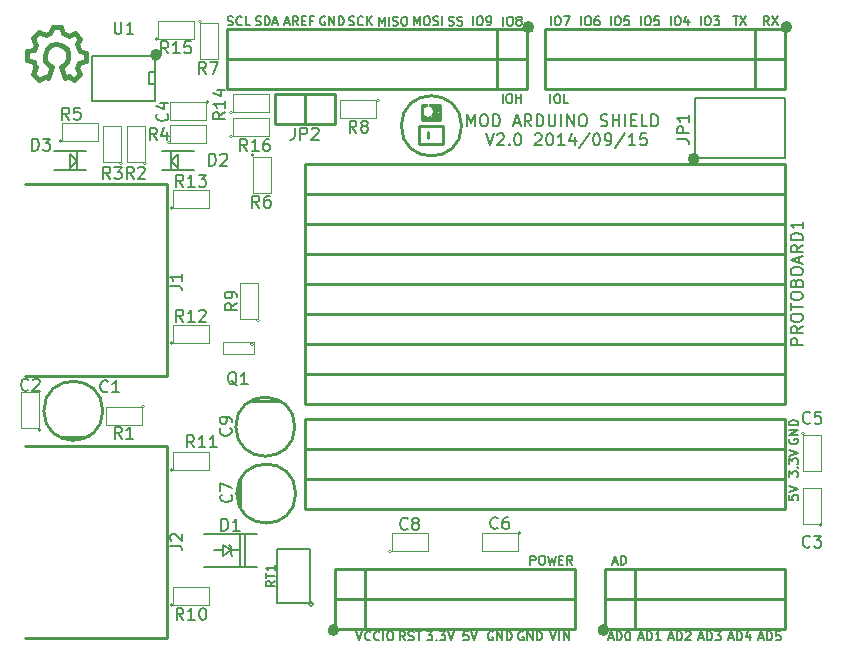
<source format=gto>
%FSLAX34Y34*%
G04 Gerber Fmt 3.4, Leading zero omitted, Abs format*
G04 (created by PCBNEW (2014-03-19 BZR 4756)-product) date Tue 16 Sep 2014 15:57:37 BRT*
%MOIN*%
G01*
G70*
G90*
G04 APERTURE LIST*
%ADD10C,0.005906*%
%ADD11C,0.006000*%
%ADD12C,0.020000*%
%ADD13C,0.002500*%
%ADD14C,0.010000*%
%ADD15C,0.007000*%
%ADD16C,0.003900*%
%ADD17C,0.007874*%
%ADD18C,0.007500*%
%ADD19C,0.008000*%
%ADD20C,0.003100*%
%ADD21C,0.005000*%
%ADD22C,0.015000*%
G04 APERTURE END LIST*
G54D10*
G54D11*
X24699Y-20809D02*
X24842Y-20809D01*
X24671Y-20895D02*
X24771Y-20595D01*
X24871Y-20895D01*
X24971Y-20895D02*
X24971Y-20595D01*
X25042Y-20595D01*
X25085Y-20609D01*
X25113Y-20638D01*
X25128Y-20666D01*
X25142Y-20724D01*
X25142Y-20766D01*
X25128Y-20824D01*
X25113Y-20852D01*
X25085Y-20881D01*
X25042Y-20895D01*
X24971Y-20895D01*
X25413Y-20595D02*
X25271Y-20595D01*
X25256Y-20738D01*
X25271Y-20724D01*
X25299Y-20709D01*
X25371Y-20709D01*
X25399Y-20724D01*
X25413Y-20738D01*
X25428Y-20766D01*
X25428Y-20838D01*
X25413Y-20866D01*
X25399Y-20881D01*
X25371Y-20895D01*
X25299Y-20895D01*
X25271Y-20881D01*
X25256Y-20866D01*
X23695Y-20809D02*
X23838Y-20809D01*
X23667Y-20895D02*
X23767Y-20595D01*
X23867Y-20895D01*
X23967Y-20895D02*
X23967Y-20595D01*
X24038Y-20595D01*
X24081Y-20609D01*
X24110Y-20638D01*
X24124Y-20666D01*
X24138Y-20724D01*
X24138Y-20766D01*
X24124Y-20824D01*
X24110Y-20852D01*
X24081Y-20881D01*
X24038Y-20895D01*
X23967Y-20895D01*
X24395Y-20695D02*
X24395Y-20895D01*
X24324Y-20581D02*
X24252Y-20795D01*
X24438Y-20795D01*
X22695Y-20809D02*
X22838Y-20809D01*
X22667Y-20895D02*
X22767Y-20595D01*
X22867Y-20895D01*
X22967Y-20895D02*
X22967Y-20595D01*
X23038Y-20595D01*
X23081Y-20609D01*
X23110Y-20638D01*
X23124Y-20666D01*
X23138Y-20724D01*
X23138Y-20766D01*
X23124Y-20824D01*
X23110Y-20852D01*
X23081Y-20881D01*
X23038Y-20895D01*
X22967Y-20895D01*
X23238Y-20595D02*
X23424Y-20595D01*
X23324Y-20709D01*
X23367Y-20709D01*
X23395Y-20724D01*
X23410Y-20738D01*
X23424Y-20766D01*
X23424Y-20838D01*
X23410Y-20866D01*
X23395Y-20881D01*
X23367Y-20895D01*
X23281Y-20895D01*
X23252Y-20881D01*
X23238Y-20866D01*
X21699Y-20809D02*
X21842Y-20809D01*
X21671Y-20895D02*
X21771Y-20595D01*
X21871Y-20895D01*
X21971Y-20895D02*
X21971Y-20595D01*
X22042Y-20595D01*
X22085Y-20609D01*
X22113Y-20638D01*
X22128Y-20666D01*
X22142Y-20724D01*
X22142Y-20766D01*
X22128Y-20824D01*
X22113Y-20852D01*
X22085Y-20881D01*
X22042Y-20895D01*
X21971Y-20895D01*
X22256Y-20624D02*
X22271Y-20609D01*
X22299Y-20595D01*
X22371Y-20595D01*
X22399Y-20609D01*
X22413Y-20624D01*
X22428Y-20652D01*
X22428Y-20681D01*
X22413Y-20724D01*
X22242Y-20895D01*
X22428Y-20895D01*
X20695Y-20809D02*
X20838Y-20809D01*
X20667Y-20895D02*
X20767Y-20595D01*
X20867Y-20895D01*
X20967Y-20895D02*
X20967Y-20595D01*
X21038Y-20595D01*
X21081Y-20609D01*
X21110Y-20638D01*
X21124Y-20666D01*
X21138Y-20724D01*
X21138Y-20766D01*
X21124Y-20824D01*
X21110Y-20852D01*
X21081Y-20881D01*
X21038Y-20895D01*
X20967Y-20895D01*
X21424Y-20895D02*
X21252Y-20895D01*
X21338Y-20895D02*
X21338Y-20595D01*
X21310Y-20638D01*
X21281Y-20666D01*
X21252Y-20681D01*
X19683Y-20809D02*
X19826Y-20809D01*
X19655Y-20895D02*
X19755Y-20595D01*
X19855Y-20895D01*
X19955Y-20895D02*
X19955Y-20595D01*
X20026Y-20595D01*
X20069Y-20609D01*
X20098Y-20638D01*
X20112Y-20666D01*
X20126Y-20724D01*
X20126Y-20766D01*
X20112Y-20824D01*
X20098Y-20852D01*
X20069Y-20881D01*
X20026Y-20895D01*
X19955Y-20895D01*
X20312Y-20595D02*
X20341Y-20595D01*
X20369Y-20609D01*
X20383Y-20624D01*
X20398Y-20652D01*
X20412Y-20709D01*
X20412Y-20781D01*
X20398Y-20838D01*
X20383Y-20866D01*
X20369Y-20881D01*
X20341Y-20895D01*
X20312Y-20895D01*
X20283Y-20881D01*
X20269Y-20866D01*
X20255Y-20838D01*
X20241Y-20781D01*
X20241Y-20709D01*
X20255Y-20652D01*
X20269Y-20624D01*
X20283Y-20609D01*
X20312Y-20595D01*
X17739Y-20595D02*
X17839Y-20895D01*
X17939Y-20595D01*
X18039Y-20895D02*
X18039Y-20595D01*
X18182Y-20895D02*
X18182Y-20595D01*
X18353Y-20895D01*
X18353Y-20595D01*
X16835Y-20609D02*
X16806Y-20595D01*
X16763Y-20595D01*
X16721Y-20609D01*
X16692Y-20638D01*
X16678Y-20666D01*
X16663Y-20724D01*
X16663Y-20766D01*
X16678Y-20824D01*
X16692Y-20852D01*
X16721Y-20881D01*
X16763Y-20895D01*
X16792Y-20895D01*
X16835Y-20881D01*
X16849Y-20866D01*
X16849Y-20766D01*
X16792Y-20766D01*
X16978Y-20895D02*
X16978Y-20595D01*
X17149Y-20895D01*
X17149Y-20595D01*
X17292Y-20895D02*
X17292Y-20595D01*
X17363Y-20595D01*
X17406Y-20609D01*
X17435Y-20638D01*
X17449Y-20666D01*
X17463Y-20724D01*
X17463Y-20766D01*
X17449Y-20824D01*
X17435Y-20852D01*
X17406Y-20881D01*
X17363Y-20895D01*
X17292Y-20895D01*
X15827Y-20609D02*
X15798Y-20595D01*
X15756Y-20595D01*
X15713Y-20609D01*
X15684Y-20638D01*
X15670Y-20666D01*
X15656Y-20724D01*
X15656Y-20766D01*
X15670Y-20824D01*
X15684Y-20852D01*
X15713Y-20881D01*
X15756Y-20895D01*
X15784Y-20895D01*
X15827Y-20881D01*
X15841Y-20866D01*
X15841Y-20766D01*
X15784Y-20766D01*
X15970Y-20895D02*
X15970Y-20595D01*
X16141Y-20895D01*
X16141Y-20595D01*
X16284Y-20895D02*
X16284Y-20595D01*
X16356Y-20595D01*
X16398Y-20609D01*
X16427Y-20638D01*
X16441Y-20666D01*
X16456Y-20724D01*
X16456Y-20766D01*
X16441Y-20824D01*
X16427Y-20852D01*
X16398Y-20881D01*
X16356Y-20895D01*
X16284Y-20895D01*
X15002Y-20595D02*
X14860Y-20595D01*
X14845Y-20738D01*
X14860Y-20724D01*
X14888Y-20709D01*
X14960Y-20709D01*
X14988Y-20724D01*
X15002Y-20738D01*
X15017Y-20766D01*
X15017Y-20838D01*
X15002Y-20866D01*
X14988Y-20881D01*
X14960Y-20895D01*
X14888Y-20895D01*
X14860Y-20881D01*
X14845Y-20866D01*
X15102Y-20595D02*
X15202Y-20895D01*
X15302Y-20595D01*
X13621Y-20595D02*
X13806Y-20595D01*
X13706Y-20709D01*
X13749Y-20709D01*
X13778Y-20724D01*
X13792Y-20738D01*
X13806Y-20766D01*
X13806Y-20838D01*
X13792Y-20866D01*
X13778Y-20881D01*
X13749Y-20895D01*
X13663Y-20895D01*
X13635Y-20881D01*
X13621Y-20866D01*
X13935Y-20866D02*
X13949Y-20881D01*
X13935Y-20895D01*
X13921Y-20881D01*
X13935Y-20866D01*
X13935Y-20895D01*
X14049Y-20595D02*
X14235Y-20595D01*
X14135Y-20709D01*
X14178Y-20709D01*
X14206Y-20724D01*
X14221Y-20738D01*
X14235Y-20766D01*
X14235Y-20838D01*
X14221Y-20866D01*
X14206Y-20881D01*
X14178Y-20895D01*
X14092Y-20895D01*
X14063Y-20881D01*
X14049Y-20866D01*
X14321Y-20595D02*
X14421Y-20895D01*
X14521Y-20595D01*
X12899Y-20895D02*
X12799Y-20752D01*
X12728Y-20895D02*
X12728Y-20595D01*
X12842Y-20595D01*
X12871Y-20609D01*
X12885Y-20624D01*
X12899Y-20652D01*
X12899Y-20695D01*
X12885Y-20724D01*
X12871Y-20738D01*
X12842Y-20752D01*
X12728Y-20752D01*
X13013Y-20881D02*
X13056Y-20895D01*
X13128Y-20895D01*
X13156Y-20881D01*
X13171Y-20866D01*
X13185Y-20838D01*
X13185Y-20809D01*
X13171Y-20781D01*
X13156Y-20766D01*
X13128Y-20752D01*
X13071Y-20738D01*
X13042Y-20724D01*
X13028Y-20709D01*
X13013Y-20681D01*
X13013Y-20652D01*
X13028Y-20624D01*
X13042Y-20609D01*
X13071Y-20595D01*
X13142Y-20595D01*
X13185Y-20609D01*
X13271Y-20595D02*
X13442Y-20595D01*
X13356Y-20895D02*
X13356Y-20595D01*
X11273Y-20595D02*
X11373Y-20895D01*
X11473Y-20595D01*
X11745Y-20866D02*
X11731Y-20881D01*
X11688Y-20895D01*
X11659Y-20895D01*
X11616Y-20881D01*
X11588Y-20852D01*
X11573Y-20824D01*
X11559Y-20766D01*
X11559Y-20724D01*
X11573Y-20666D01*
X11588Y-20638D01*
X11616Y-20609D01*
X11659Y-20595D01*
X11688Y-20595D01*
X11731Y-20609D01*
X11745Y-20624D01*
X12045Y-20866D02*
X12031Y-20881D01*
X11988Y-20895D01*
X11959Y-20895D01*
X11916Y-20881D01*
X11888Y-20852D01*
X11873Y-20824D01*
X11859Y-20766D01*
X11859Y-20724D01*
X11873Y-20666D01*
X11888Y-20638D01*
X11916Y-20609D01*
X11959Y-20595D01*
X11988Y-20595D01*
X12031Y-20609D01*
X12045Y-20624D01*
X12173Y-20895D02*
X12173Y-20595D01*
X12373Y-20595D02*
X12431Y-20595D01*
X12459Y-20609D01*
X12488Y-20638D01*
X12502Y-20695D01*
X12502Y-20795D01*
X12488Y-20852D01*
X12459Y-20881D01*
X12431Y-20895D01*
X12373Y-20895D01*
X12345Y-20881D01*
X12316Y-20852D01*
X12302Y-20795D01*
X12302Y-20695D01*
X12316Y-20638D01*
X12345Y-20609D01*
X12373Y-20595D01*
X25025Y-395D02*
X24925Y-252D01*
X24854Y-395D02*
X24854Y-95D01*
X24968Y-95D01*
X24997Y-109D01*
X25011Y-124D01*
X25025Y-152D01*
X25025Y-195D01*
X25011Y-224D01*
X24997Y-238D01*
X24968Y-252D01*
X24854Y-252D01*
X25125Y-95D02*
X25325Y-395D01*
X25325Y-95D02*
X25125Y-395D01*
X23835Y-95D02*
X24006Y-95D01*
X23921Y-395D02*
X23921Y-95D01*
X24078Y-95D02*
X24278Y-395D01*
X24278Y-95D02*
X24078Y-395D01*
X22756Y-395D02*
X22756Y-95D01*
X22956Y-95D02*
X23013Y-95D01*
X23041Y-109D01*
X23070Y-138D01*
X23084Y-195D01*
X23084Y-295D01*
X23070Y-352D01*
X23041Y-381D01*
X23013Y-395D01*
X22956Y-395D01*
X22927Y-381D01*
X22898Y-352D01*
X22884Y-295D01*
X22884Y-195D01*
X22898Y-138D01*
X22927Y-109D01*
X22956Y-95D01*
X23184Y-95D02*
X23370Y-95D01*
X23270Y-209D01*
X23313Y-209D01*
X23341Y-224D01*
X23356Y-238D01*
X23370Y-266D01*
X23370Y-338D01*
X23356Y-366D01*
X23341Y-381D01*
X23313Y-395D01*
X23227Y-395D01*
X23198Y-381D01*
X23184Y-366D01*
X21760Y-395D02*
X21760Y-95D01*
X21960Y-95D02*
X22017Y-95D01*
X22045Y-109D01*
X22074Y-138D01*
X22088Y-195D01*
X22088Y-295D01*
X22074Y-352D01*
X22045Y-381D01*
X22017Y-395D01*
X21960Y-395D01*
X21931Y-381D01*
X21902Y-352D01*
X21888Y-295D01*
X21888Y-195D01*
X21902Y-138D01*
X21931Y-109D01*
X21960Y-95D01*
X22345Y-195D02*
X22345Y-395D01*
X22274Y-81D02*
X22202Y-295D01*
X22388Y-295D01*
X20763Y-395D02*
X20763Y-95D01*
X20963Y-95D02*
X21021Y-95D01*
X21049Y-109D01*
X21078Y-138D01*
X21092Y-195D01*
X21092Y-295D01*
X21078Y-352D01*
X21049Y-381D01*
X21021Y-395D01*
X20963Y-395D01*
X20935Y-381D01*
X20906Y-352D01*
X20892Y-295D01*
X20892Y-195D01*
X20906Y-138D01*
X20935Y-109D01*
X20963Y-95D01*
X21363Y-95D02*
X21221Y-95D01*
X21206Y-238D01*
X21221Y-224D01*
X21249Y-209D01*
X21321Y-209D01*
X21349Y-224D01*
X21363Y-238D01*
X21378Y-266D01*
X21378Y-338D01*
X21363Y-366D01*
X21349Y-381D01*
X21321Y-395D01*
X21249Y-395D01*
X21221Y-381D01*
X21206Y-366D01*
X19760Y-395D02*
X19760Y-95D01*
X19960Y-95D02*
X20017Y-95D01*
X20045Y-109D01*
X20074Y-138D01*
X20088Y-195D01*
X20088Y-295D01*
X20074Y-352D01*
X20045Y-381D01*
X20017Y-395D01*
X19960Y-395D01*
X19931Y-381D01*
X19902Y-352D01*
X19888Y-295D01*
X19888Y-195D01*
X19902Y-138D01*
X19931Y-109D01*
X19960Y-95D01*
X20360Y-95D02*
X20217Y-95D01*
X20202Y-238D01*
X20217Y-224D01*
X20245Y-209D01*
X20317Y-209D01*
X20345Y-224D01*
X20360Y-238D01*
X20374Y-266D01*
X20374Y-338D01*
X20360Y-366D01*
X20345Y-381D01*
X20317Y-395D01*
X20245Y-395D01*
X20217Y-381D01*
X20202Y-366D01*
X18767Y-395D02*
X18767Y-95D01*
X18967Y-95D02*
X19025Y-95D01*
X19053Y-109D01*
X19082Y-138D01*
X19096Y-195D01*
X19096Y-295D01*
X19082Y-352D01*
X19053Y-381D01*
X19025Y-395D01*
X18967Y-395D01*
X18939Y-381D01*
X18910Y-352D01*
X18896Y-295D01*
X18896Y-195D01*
X18910Y-138D01*
X18939Y-109D01*
X18967Y-95D01*
X19353Y-95D02*
X19296Y-95D01*
X19267Y-109D01*
X19253Y-124D01*
X19225Y-166D01*
X19210Y-224D01*
X19210Y-338D01*
X19225Y-366D01*
X19239Y-381D01*
X19267Y-395D01*
X19325Y-395D01*
X19353Y-381D01*
X19367Y-366D01*
X19382Y-338D01*
X19382Y-266D01*
X19367Y-238D01*
X19353Y-224D01*
X19325Y-209D01*
X19267Y-209D01*
X19239Y-224D01*
X19225Y-238D01*
X19210Y-266D01*
X17760Y-395D02*
X17760Y-95D01*
X17960Y-95D02*
X18017Y-95D01*
X18045Y-109D01*
X18074Y-138D01*
X18088Y-195D01*
X18088Y-295D01*
X18074Y-352D01*
X18045Y-381D01*
X18017Y-395D01*
X17960Y-395D01*
X17931Y-381D01*
X17902Y-352D01*
X17888Y-295D01*
X17888Y-195D01*
X17902Y-138D01*
X17931Y-109D01*
X17960Y-95D01*
X18188Y-95D02*
X18388Y-95D01*
X18260Y-395D01*
X16169Y-399D02*
X16169Y-99D01*
X16369Y-99D02*
X16426Y-99D01*
X16455Y-113D01*
X16483Y-142D01*
X16498Y-199D01*
X16498Y-299D01*
X16483Y-356D01*
X16455Y-385D01*
X16426Y-399D01*
X16369Y-399D01*
X16340Y-385D01*
X16312Y-356D01*
X16298Y-299D01*
X16298Y-199D01*
X16312Y-142D01*
X16340Y-113D01*
X16369Y-99D01*
X16669Y-228D02*
X16640Y-213D01*
X16626Y-199D01*
X16612Y-170D01*
X16612Y-156D01*
X16626Y-128D01*
X16640Y-113D01*
X16669Y-99D01*
X16726Y-99D01*
X16755Y-113D01*
X16769Y-128D01*
X16783Y-156D01*
X16783Y-170D01*
X16769Y-199D01*
X16755Y-213D01*
X16726Y-228D01*
X16669Y-228D01*
X16640Y-242D01*
X16626Y-256D01*
X16612Y-285D01*
X16612Y-342D01*
X16626Y-370D01*
X16640Y-385D01*
X16669Y-399D01*
X16726Y-399D01*
X16755Y-385D01*
X16769Y-370D01*
X16783Y-342D01*
X16783Y-285D01*
X16769Y-256D01*
X16755Y-242D01*
X16726Y-228D01*
X15161Y-395D02*
X15161Y-95D01*
X15361Y-95D02*
X15418Y-95D01*
X15447Y-109D01*
X15475Y-138D01*
X15490Y-195D01*
X15490Y-295D01*
X15475Y-352D01*
X15447Y-381D01*
X15418Y-395D01*
X15361Y-395D01*
X15333Y-381D01*
X15304Y-352D01*
X15290Y-295D01*
X15290Y-195D01*
X15304Y-138D01*
X15333Y-109D01*
X15361Y-95D01*
X15633Y-395D02*
X15690Y-395D01*
X15718Y-381D01*
X15733Y-366D01*
X15761Y-324D01*
X15775Y-266D01*
X15775Y-152D01*
X15761Y-124D01*
X15747Y-109D01*
X15718Y-95D01*
X15661Y-95D01*
X15633Y-109D01*
X15618Y-124D01*
X15604Y-152D01*
X15604Y-224D01*
X15618Y-252D01*
X15633Y-266D01*
X15661Y-281D01*
X15718Y-281D01*
X15747Y-266D01*
X15761Y-252D01*
X15775Y-224D01*
X14355Y-385D02*
X14397Y-399D01*
X14469Y-399D01*
X14497Y-385D01*
X14512Y-370D01*
X14526Y-342D01*
X14526Y-313D01*
X14512Y-285D01*
X14497Y-270D01*
X14469Y-256D01*
X14412Y-242D01*
X14383Y-228D01*
X14369Y-213D01*
X14355Y-185D01*
X14355Y-156D01*
X14369Y-128D01*
X14383Y-113D01*
X14412Y-99D01*
X14483Y-99D01*
X14526Y-113D01*
X14640Y-385D02*
X14683Y-399D01*
X14755Y-399D01*
X14783Y-385D01*
X14797Y-370D01*
X14812Y-342D01*
X14812Y-313D01*
X14797Y-285D01*
X14783Y-270D01*
X14755Y-256D01*
X14697Y-242D01*
X14669Y-228D01*
X14655Y-213D01*
X14640Y-185D01*
X14640Y-156D01*
X14655Y-128D01*
X14669Y-113D01*
X14697Y-99D01*
X14769Y-99D01*
X14812Y-113D01*
X13198Y-395D02*
X13198Y-95D01*
X13298Y-309D01*
X13398Y-95D01*
X13398Y-395D01*
X13598Y-95D02*
X13655Y-95D01*
X13684Y-109D01*
X13713Y-138D01*
X13727Y-195D01*
X13727Y-295D01*
X13713Y-352D01*
X13684Y-381D01*
X13655Y-395D01*
X13598Y-395D01*
X13570Y-381D01*
X13541Y-352D01*
X13527Y-295D01*
X13527Y-195D01*
X13541Y-138D01*
X13570Y-109D01*
X13598Y-95D01*
X13841Y-381D02*
X13884Y-395D01*
X13955Y-395D01*
X13984Y-381D01*
X13998Y-366D01*
X14013Y-338D01*
X14013Y-309D01*
X13998Y-281D01*
X13984Y-266D01*
X13955Y-252D01*
X13898Y-238D01*
X13870Y-224D01*
X13855Y-209D01*
X13841Y-181D01*
X13841Y-152D01*
X13855Y-124D01*
X13870Y-109D01*
X13898Y-95D01*
X13970Y-95D01*
X14013Y-109D01*
X14141Y-395D02*
X14141Y-95D01*
X12017Y-399D02*
X12017Y-99D01*
X12117Y-313D01*
X12217Y-99D01*
X12217Y-399D01*
X12360Y-399D02*
X12360Y-99D01*
X12489Y-385D02*
X12531Y-399D01*
X12603Y-399D01*
X12631Y-385D01*
X12646Y-370D01*
X12660Y-342D01*
X12660Y-313D01*
X12646Y-285D01*
X12631Y-270D01*
X12603Y-256D01*
X12546Y-242D01*
X12517Y-228D01*
X12503Y-213D01*
X12489Y-185D01*
X12489Y-156D01*
X12503Y-128D01*
X12517Y-113D01*
X12546Y-99D01*
X12617Y-99D01*
X12660Y-113D01*
X12846Y-99D02*
X12903Y-99D01*
X12931Y-113D01*
X12960Y-142D01*
X12974Y-199D01*
X12974Y-299D01*
X12960Y-356D01*
X12931Y-385D01*
X12903Y-399D01*
X12846Y-399D01*
X12817Y-385D01*
X12789Y-356D01*
X12774Y-299D01*
X12774Y-199D01*
X12789Y-142D01*
X12817Y-113D01*
X12846Y-99D01*
X11032Y-381D02*
X11075Y-395D01*
X11146Y-395D01*
X11175Y-381D01*
X11189Y-366D01*
X11203Y-338D01*
X11203Y-309D01*
X11189Y-281D01*
X11175Y-266D01*
X11146Y-252D01*
X11089Y-238D01*
X11061Y-224D01*
X11046Y-209D01*
X11032Y-181D01*
X11032Y-152D01*
X11046Y-124D01*
X11061Y-109D01*
X11089Y-95D01*
X11161Y-95D01*
X11203Y-109D01*
X11503Y-366D02*
X11489Y-381D01*
X11446Y-395D01*
X11418Y-395D01*
X11375Y-381D01*
X11346Y-352D01*
X11332Y-324D01*
X11318Y-266D01*
X11318Y-224D01*
X11332Y-166D01*
X11346Y-138D01*
X11375Y-109D01*
X11418Y-95D01*
X11446Y-95D01*
X11489Y-109D01*
X11503Y-124D01*
X11632Y-395D02*
X11632Y-95D01*
X11803Y-395D02*
X11675Y-224D01*
X11803Y-95D02*
X11632Y-266D01*
X10229Y-109D02*
X10200Y-95D01*
X10157Y-95D01*
X10114Y-109D01*
X10086Y-138D01*
X10071Y-166D01*
X10057Y-224D01*
X10057Y-266D01*
X10071Y-324D01*
X10086Y-352D01*
X10114Y-381D01*
X10157Y-395D01*
X10186Y-395D01*
X10229Y-381D01*
X10243Y-366D01*
X10243Y-266D01*
X10186Y-266D01*
X10371Y-395D02*
X10371Y-95D01*
X10543Y-395D01*
X10543Y-95D01*
X10686Y-395D02*
X10686Y-95D01*
X10757Y-95D01*
X10800Y-109D01*
X10829Y-138D01*
X10843Y-166D01*
X10857Y-224D01*
X10857Y-266D01*
X10843Y-324D01*
X10829Y-352D01*
X10800Y-381D01*
X10757Y-395D01*
X10686Y-395D01*
X8889Y-309D02*
X9032Y-309D01*
X8860Y-395D02*
X8960Y-95D01*
X9060Y-395D01*
X9332Y-395D02*
X9232Y-252D01*
X9160Y-395D02*
X9160Y-95D01*
X9274Y-95D01*
X9303Y-109D01*
X9317Y-124D01*
X9332Y-152D01*
X9332Y-195D01*
X9317Y-224D01*
X9303Y-238D01*
X9274Y-252D01*
X9160Y-252D01*
X9460Y-238D02*
X9560Y-238D01*
X9603Y-395D02*
X9460Y-395D01*
X9460Y-95D01*
X9603Y-95D01*
X9832Y-238D02*
X9732Y-238D01*
X9732Y-395D02*
X9732Y-95D01*
X9874Y-95D01*
X7920Y-381D02*
X7962Y-395D01*
X8034Y-395D01*
X8062Y-381D01*
X8077Y-366D01*
X8091Y-338D01*
X8091Y-309D01*
X8077Y-281D01*
X8062Y-266D01*
X8034Y-252D01*
X7977Y-238D01*
X7948Y-224D01*
X7934Y-209D01*
X7920Y-181D01*
X7920Y-152D01*
X7934Y-124D01*
X7948Y-109D01*
X7977Y-95D01*
X8048Y-95D01*
X8091Y-109D01*
X8220Y-395D02*
X8220Y-95D01*
X8291Y-95D01*
X8334Y-109D01*
X8362Y-138D01*
X8377Y-166D01*
X8391Y-224D01*
X8391Y-266D01*
X8377Y-324D01*
X8362Y-352D01*
X8334Y-381D01*
X8291Y-395D01*
X8220Y-395D01*
X8505Y-309D02*
X8648Y-309D01*
X8477Y-395D02*
X8577Y-95D01*
X8677Y-395D01*
X6982Y-381D02*
X7025Y-395D01*
X7096Y-395D01*
X7125Y-381D01*
X7139Y-366D01*
X7153Y-338D01*
X7153Y-309D01*
X7139Y-281D01*
X7125Y-266D01*
X7096Y-252D01*
X7039Y-238D01*
X7010Y-224D01*
X6996Y-209D01*
X6982Y-181D01*
X6982Y-152D01*
X6996Y-124D01*
X7010Y-109D01*
X7039Y-95D01*
X7110Y-95D01*
X7153Y-109D01*
X7453Y-366D02*
X7439Y-381D01*
X7396Y-395D01*
X7368Y-395D01*
X7325Y-381D01*
X7296Y-352D01*
X7282Y-324D01*
X7268Y-266D01*
X7268Y-224D01*
X7282Y-166D01*
X7296Y-138D01*
X7325Y-109D01*
X7368Y-95D01*
X7396Y-95D01*
X7439Y-109D01*
X7453Y-124D01*
X7725Y-395D02*
X7582Y-395D01*
X7582Y-95D01*
G54D12*
X22620Y-4840D02*
G75*
G03X22620Y-4840I-100J0D01*
G74*
G01*
X4695Y-1375D02*
G75*
G03X4695Y-1375I-100J0D01*
G74*
G01*
X25710Y-450D02*
G75*
G03X25710Y-450I-100J0D01*
G74*
G01*
X17113Y-450D02*
G75*
G03X17113Y-450I-103J0D01*
G74*
G01*
X10608Y-20550D02*
G75*
G03X10608Y-20550I-98J0D01*
G74*
G01*
X19610Y-20550D02*
G75*
G03X19610Y-20550I-100J0D01*
G74*
G01*
G54D13*
X13835Y-3185D02*
X14052Y-3184D01*
G54D14*
X14076Y-3542D02*
X14076Y-3042D01*
G54D13*
X13634Y-3448D02*
X13696Y-3453D01*
X14016Y-3353D02*
X13850Y-3359D01*
X13843Y-3347D02*
X14016Y-3353D01*
X13843Y-3373D02*
X13843Y-3347D01*
X14024Y-3373D02*
X13843Y-3373D01*
X14023Y-3333D02*
X14024Y-3373D01*
X13838Y-3332D02*
X14023Y-3333D01*
X14023Y-3286D02*
X14021Y-3210D01*
X14014Y-3301D02*
X14023Y-3286D01*
X14027Y-3315D02*
X14014Y-3301D01*
X13837Y-3315D02*
X14027Y-3315D01*
X13929Y-3304D02*
X13837Y-3315D01*
X13836Y-3298D02*
X13929Y-3304D01*
X13919Y-3287D02*
X13836Y-3298D01*
X13861Y-3272D02*
X13919Y-3287D01*
X13837Y-3290D02*
X13861Y-3272D01*
X13838Y-3260D02*
X13837Y-3290D01*
X13910Y-3271D02*
X13838Y-3260D01*
X13910Y-3248D02*
X13910Y-3271D01*
X13838Y-3242D02*
X13910Y-3248D01*
X13839Y-3221D02*
X13838Y-3242D01*
X13914Y-3238D02*
X13839Y-3221D01*
X13928Y-3214D02*
X13914Y-3238D01*
X13835Y-3202D02*
X13928Y-3214D01*
X14034Y-3202D02*
X13835Y-3202D01*
X14052Y-3184D02*
X14034Y-3202D01*
X13834Y-3167D02*
X13835Y-3185D01*
X14038Y-3166D02*
X13834Y-3167D01*
X14018Y-3082D02*
X14075Y-3135D01*
X13978Y-3079D02*
X14018Y-3082D01*
X13837Y-3150D02*
X14042Y-3149D01*
X13836Y-3128D02*
X13837Y-3150D01*
X14034Y-3131D02*
X13836Y-3128D01*
X14034Y-3109D02*
X14034Y-3131D01*
X13832Y-3108D02*
X14034Y-3109D01*
X13833Y-3090D02*
X13834Y-3121D01*
X14034Y-3095D02*
X13833Y-3090D01*
X14034Y-3068D02*
X14034Y-3095D01*
X13831Y-3071D02*
X14034Y-3068D01*
X13832Y-3046D02*
X13831Y-3071D01*
X14036Y-3048D02*
X13832Y-3046D01*
X14036Y-3026D02*
X14036Y-3048D01*
X13833Y-3025D02*
X14036Y-3026D01*
X13723Y-3038D02*
X13793Y-3069D01*
X13788Y-3038D02*
X13723Y-3038D01*
X13810Y-3100D02*
X13788Y-3038D01*
X13723Y-3054D02*
X13810Y-3100D01*
X13718Y-3023D02*
X13723Y-3054D01*
X13807Y-3024D02*
X13718Y-3023D01*
X13817Y-3121D02*
X13807Y-3024D01*
X13719Y-3068D02*
X13817Y-3121D01*
X13524Y-3066D02*
X13566Y-3076D01*
X13521Y-3016D02*
X13524Y-3066D01*
X13538Y-3054D02*
X13521Y-3016D01*
X13540Y-3018D02*
X13538Y-3054D01*
X13551Y-3042D02*
X13540Y-3018D01*
X13560Y-3017D02*
X13551Y-3042D01*
X13578Y-3049D02*
X13560Y-3017D01*
X13584Y-3012D02*
X13578Y-3049D01*
X13612Y-3074D02*
X13584Y-3012D01*
X13610Y-3013D02*
X13612Y-3074D01*
X14017Y-3257D02*
G75*
G03X14017Y-3257I-45J0D01*
G74*
G01*
X14079Y-3005D02*
X13706Y-3006D01*
X13474Y-3005D02*
X13631Y-3005D01*
X13631Y-3087D02*
X13631Y-3007D01*
X13706Y-3087D02*
X13706Y-3007D01*
X13826Y-3232D02*
X13826Y-3012D01*
X13826Y-3317D02*
X13826Y-3392D01*
X13511Y-3087D02*
X13571Y-3047D01*
X13506Y-3107D02*
X13591Y-3057D01*
X13516Y-3127D02*
X13601Y-3067D01*
X13811Y-3392D02*
X14086Y-3392D01*
X13796Y-3412D02*
X14061Y-3412D01*
X13766Y-3432D02*
X14096Y-3432D01*
X13691Y-3452D02*
X14041Y-3452D01*
X13501Y-3397D02*
X13546Y-3427D01*
X13516Y-3432D02*
X13561Y-3432D01*
X13506Y-3447D02*
X13626Y-3447D01*
X13511Y-3467D02*
X14036Y-3467D01*
X13521Y-3487D02*
X14036Y-3487D01*
X13626Y-3442D02*
X13716Y-3442D01*
X13826Y-3322D02*
X13826Y-3202D01*
X13511Y-3207D02*
X13511Y-3322D01*
X13826Y-3207D02*
G75*
G03X13706Y-3087I-120J0D01*
G74*
G01*
X13631Y-3087D02*
G75*
G03X13511Y-3207I0J-120D01*
G74*
G01*
X13511Y-3322D02*
G75*
G03X13631Y-3442I120J0D01*
G74*
G01*
X13706Y-3442D02*
G75*
G03X13826Y-3322I0J120D01*
G74*
G01*
G54D14*
X13476Y-3542D02*
X14076Y-3542D01*
X13476Y-3042D02*
X13476Y-3542D01*
X13676Y-3942D02*
X13676Y-4142D01*
X13376Y-4342D02*
X13376Y-3742D01*
X14176Y-4342D02*
X13376Y-4342D01*
X14176Y-3742D02*
X14176Y-4342D01*
X13376Y-3742D02*
X14176Y-3742D01*
X14781Y-3742D02*
G75*
G03X14781Y-3742I-1004J0D01*
G74*
G01*
G54D15*
X14958Y-3763D02*
X14958Y-3363D01*
X15092Y-3649D01*
X15225Y-3363D01*
X15225Y-3763D01*
X15492Y-3363D02*
X15568Y-3363D01*
X15606Y-3382D01*
X15644Y-3420D01*
X15663Y-3496D01*
X15663Y-3630D01*
X15644Y-3706D01*
X15606Y-3744D01*
X15568Y-3763D01*
X15492Y-3763D01*
X15454Y-3744D01*
X15416Y-3706D01*
X15397Y-3630D01*
X15397Y-3496D01*
X15416Y-3420D01*
X15454Y-3382D01*
X15492Y-3363D01*
X15835Y-3763D02*
X15835Y-3363D01*
X15930Y-3363D01*
X15987Y-3382D01*
X16025Y-3420D01*
X16044Y-3458D01*
X16063Y-3535D01*
X16063Y-3592D01*
X16044Y-3668D01*
X16025Y-3706D01*
X15987Y-3744D01*
X15930Y-3763D01*
X15835Y-3763D01*
X16520Y-3649D02*
X16711Y-3649D01*
X16482Y-3763D02*
X16616Y-3363D01*
X16749Y-3763D01*
X17111Y-3763D02*
X16977Y-3573D01*
X16882Y-3763D02*
X16882Y-3363D01*
X17035Y-3363D01*
X17073Y-3382D01*
X17092Y-3401D01*
X17111Y-3439D01*
X17111Y-3496D01*
X17092Y-3535D01*
X17073Y-3554D01*
X17035Y-3573D01*
X16882Y-3573D01*
X17282Y-3763D02*
X17282Y-3363D01*
X17377Y-3363D01*
X17435Y-3382D01*
X17473Y-3420D01*
X17492Y-3458D01*
X17511Y-3535D01*
X17511Y-3592D01*
X17492Y-3668D01*
X17473Y-3706D01*
X17435Y-3744D01*
X17377Y-3763D01*
X17282Y-3763D01*
X17682Y-3363D02*
X17682Y-3687D01*
X17701Y-3725D01*
X17720Y-3744D01*
X17758Y-3763D01*
X17835Y-3763D01*
X17873Y-3744D01*
X17892Y-3725D01*
X17911Y-3687D01*
X17911Y-3363D01*
X18101Y-3763D02*
X18101Y-3363D01*
X18292Y-3763D02*
X18292Y-3363D01*
X18520Y-3763D01*
X18520Y-3363D01*
X18787Y-3363D02*
X18863Y-3363D01*
X18901Y-3382D01*
X18939Y-3420D01*
X18958Y-3496D01*
X18958Y-3630D01*
X18939Y-3706D01*
X18901Y-3744D01*
X18863Y-3763D01*
X18787Y-3763D01*
X18749Y-3744D01*
X18711Y-3706D01*
X18692Y-3630D01*
X18692Y-3496D01*
X18711Y-3420D01*
X18749Y-3382D01*
X18787Y-3363D01*
X19416Y-3744D02*
X19473Y-3763D01*
X19568Y-3763D01*
X19606Y-3744D01*
X19625Y-3725D01*
X19644Y-3687D01*
X19644Y-3649D01*
X19625Y-3611D01*
X19606Y-3592D01*
X19568Y-3573D01*
X19492Y-3554D01*
X19454Y-3535D01*
X19435Y-3515D01*
X19416Y-3477D01*
X19416Y-3439D01*
X19435Y-3401D01*
X19454Y-3382D01*
X19492Y-3363D01*
X19587Y-3363D01*
X19644Y-3382D01*
X19816Y-3763D02*
X19816Y-3363D01*
X19816Y-3554D02*
X20044Y-3554D01*
X20044Y-3763D02*
X20044Y-3363D01*
X20235Y-3763D02*
X20235Y-3363D01*
X20425Y-3554D02*
X20558Y-3554D01*
X20616Y-3763D02*
X20425Y-3763D01*
X20425Y-3363D01*
X20616Y-3363D01*
X20977Y-3763D02*
X20787Y-3763D01*
X20787Y-3363D01*
X21111Y-3763D02*
X21111Y-3363D01*
X21206Y-3363D01*
X21263Y-3382D01*
X21301Y-3420D01*
X21320Y-3458D01*
X21339Y-3535D01*
X21339Y-3592D01*
X21320Y-3668D01*
X21301Y-3706D01*
X21263Y-3744D01*
X21206Y-3763D01*
X21111Y-3763D01*
X15587Y-3993D02*
X15720Y-4393D01*
X15854Y-3993D01*
X15968Y-4031D02*
X15987Y-4012D01*
X16025Y-3993D01*
X16120Y-3993D01*
X16158Y-4012D01*
X16177Y-4031D01*
X16197Y-4069D01*
X16197Y-4107D01*
X16177Y-4165D01*
X15949Y-4393D01*
X16197Y-4393D01*
X16368Y-4355D02*
X16387Y-4374D01*
X16368Y-4393D01*
X16349Y-4374D01*
X16368Y-4355D01*
X16368Y-4393D01*
X16635Y-3993D02*
X16673Y-3993D01*
X16711Y-4012D01*
X16730Y-4031D01*
X16749Y-4069D01*
X16768Y-4145D01*
X16768Y-4241D01*
X16749Y-4317D01*
X16730Y-4355D01*
X16711Y-4374D01*
X16673Y-4393D01*
X16635Y-4393D01*
X16597Y-4374D01*
X16577Y-4355D01*
X16558Y-4317D01*
X16539Y-4241D01*
X16539Y-4145D01*
X16558Y-4069D01*
X16577Y-4031D01*
X16597Y-4012D01*
X16635Y-3993D01*
X17225Y-4031D02*
X17244Y-4012D01*
X17282Y-3993D01*
X17377Y-3993D01*
X17416Y-4012D01*
X17435Y-4031D01*
X17454Y-4069D01*
X17454Y-4107D01*
X17435Y-4165D01*
X17206Y-4393D01*
X17454Y-4393D01*
X17701Y-3993D02*
X17739Y-3993D01*
X17777Y-4012D01*
X17797Y-4031D01*
X17816Y-4069D01*
X17835Y-4145D01*
X17835Y-4241D01*
X17816Y-4317D01*
X17797Y-4355D01*
X17777Y-4374D01*
X17739Y-4393D01*
X17701Y-4393D01*
X17663Y-4374D01*
X17644Y-4355D01*
X17625Y-4317D01*
X17606Y-4241D01*
X17606Y-4145D01*
X17625Y-4069D01*
X17644Y-4031D01*
X17663Y-4012D01*
X17701Y-3993D01*
X18216Y-4393D02*
X17987Y-4393D01*
X18101Y-4393D02*
X18101Y-3993D01*
X18063Y-4050D01*
X18025Y-4088D01*
X17987Y-4107D01*
X18558Y-4126D02*
X18558Y-4393D01*
X18463Y-3974D02*
X18368Y-4260D01*
X18616Y-4260D01*
X19054Y-3974D02*
X18711Y-4488D01*
X19263Y-3993D02*
X19301Y-3993D01*
X19339Y-4012D01*
X19358Y-4031D01*
X19377Y-4069D01*
X19397Y-4145D01*
X19397Y-4241D01*
X19377Y-4317D01*
X19358Y-4355D01*
X19339Y-4374D01*
X19301Y-4393D01*
X19263Y-4393D01*
X19225Y-4374D01*
X19206Y-4355D01*
X19187Y-4317D01*
X19168Y-4241D01*
X19168Y-4145D01*
X19187Y-4069D01*
X19206Y-4031D01*
X19225Y-4012D01*
X19263Y-3993D01*
X19587Y-4393D02*
X19663Y-4393D01*
X19701Y-4374D01*
X19720Y-4355D01*
X19758Y-4298D01*
X19777Y-4222D01*
X19777Y-4069D01*
X19758Y-4031D01*
X19739Y-4012D01*
X19701Y-3993D01*
X19625Y-3993D01*
X19587Y-4012D01*
X19568Y-4031D01*
X19549Y-4069D01*
X19549Y-4165D01*
X19568Y-4203D01*
X19587Y-4222D01*
X19625Y-4241D01*
X19701Y-4241D01*
X19739Y-4222D01*
X19758Y-4203D01*
X19777Y-4165D01*
X20235Y-3974D02*
X19892Y-4488D01*
X20577Y-4393D02*
X20349Y-4393D01*
X20463Y-4393D02*
X20463Y-3993D01*
X20425Y-4050D01*
X20387Y-4088D01*
X20349Y-4107D01*
X20939Y-3993D02*
X20749Y-3993D01*
X20730Y-4184D01*
X20749Y-4165D01*
X20787Y-4145D01*
X20882Y-4145D01*
X20920Y-4165D01*
X20939Y-4184D01*
X20958Y-4222D01*
X20958Y-4317D01*
X20939Y-4355D01*
X20920Y-4374D01*
X20882Y-4393D01*
X20787Y-4393D01*
X20749Y-4374D01*
X20730Y-4355D01*
G54D11*
X17745Y-2990D02*
X17745Y-2690D01*
X17945Y-2690D02*
X18003Y-2690D01*
X18031Y-2704D01*
X18060Y-2732D01*
X18074Y-2790D01*
X18074Y-2890D01*
X18060Y-2947D01*
X18031Y-2975D01*
X18003Y-2990D01*
X17945Y-2990D01*
X17917Y-2975D01*
X17888Y-2947D01*
X17874Y-2890D01*
X17874Y-2790D01*
X17888Y-2732D01*
X17917Y-2704D01*
X17945Y-2690D01*
X18345Y-2990D02*
X18203Y-2990D01*
X18203Y-2690D01*
X16151Y-2982D02*
X16151Y-2682D01*
X16351Y-2682D02*
X16408Y-2682D01*
X16436Y-2696D01*
X16465Y-2725D01*
X16479Y-2782D01*
X16479Y-2882D01*
X16465Y-2939D01*
X16436Y-2967D01*
X16408Y-2982D01*
X16351Y-2982D01*
X16322Y-2967D01*
X16294Y-2939D01*
X16279Y-2882D01*
X16279Y-2782D01*
X16294Y-2725D01*
X16322Y-2696D01*
X16351Y-2682D01*
X16608Y-2982D02*
X16608Y-2682D01*
X16608Y-2825D02*
X16779Y-2825D01*
X16779Y-2982D02*
X16779Y-2682D01*
X19822Y-18286D02*
X19965Y-18286D01*
X19794Y-18371D02*
X19894Y-18071D01*
X19994Y-18371D01*
X20094Y-18371D02*
X20094Y-18071D01*
X20165Y-18071D01*
X20208Y-18086D01*
X20237Y-18114D01*
X20251Y-18143D01*
X20265Y-18200D01*
X20265Y-18243D01*
X20251Y-18300D01*
X20237Y-18329D01*
X20208Y-18357D01*
X20165Y-18371D01*
X20094Y-18371D01*
X17075Y-18371D02*
X17075Y-18071D01*
X17190Y-18071D01*
X17218Y-18086D01*
X17232Y-18100D01*
X17247Y-18129D01*
X17247Y-18171D01*
X17232Y-18200D01*
X17218Y-18214D01*
X17190Y-18229D01*
X17075Y-18229D01*
X17432Y-18071D02*
X17490Y-18071D01*
X17518Y-18086D01*
X17547Y-18114D01*
X17561Y-18171D01*
X17561Y-18271D01*
X17547Y-18329D01*
X17518Y-18357D01*
X17490Y-18371D01*
X17432Y-18371D01*
X17404Y-18357D01*
X17375Y-18329D01*
X17361Y-18271D01*
X17361Y-18171D01*
X17375Y-18114D01*
X17404Y-18086D01*
X17432Y-18071D01*
X17661Y-18071D02*
X17732Y-18371D01*
X17790Y-18157D01*
X17847Y-18371D01*
X17918Y-18071D01*
X18032Y-18214D02*
X18132Y-18214D01*
X18175Y-18371D02*
X18032Y-18371D01*
X18032Y-18071D01*
X18175Y-18071D01*
X18475Y-18371D02*
X18375Y-18229D01*
X18304Y-18371D02*
X18304Y-18071D01*
X18418Y-18071D01*
X18447Y-18086D01*
X18461Y-18100D01*
X18475Y-18129D01*
X18475Y-18171D01*
X18461Y-18200D01*
X18447Y-18214D01*
X18418Y-18229D01*
X18304Y-18229D01*
X25710Y-14178D02*
X25695Y-14207D01*
X25695Y-14250D01*
X25710Y-14292D01*
X25738Y-14321D01*
X25767Y-14335D01*
X25824Y-14350D01*
X25867Y-14350D01*
X25924Y-14335D01*
X25952Y-14321D01*
X25981Y-14292D01*
X25995Y-14250D01*
X25995Y-14221D01*
X25981Y-14178D01*
X25967Y-14164D01*
X25867Y-14164D01*
X25867Y-14221D01*
X25995Y-14035D02*
X25695Y-14035D01*
X25995Y-13864D01*
X25695Y-13864D01*
X25995Y-13721D02*
X25695Y-13721D01*
X25695Y-13650D01*
X25710Y-13607D01*
X25738Y-13578D01*
X25767Y-13564D01*
X25824Y-13550D01*
X25867Y-13550D01*
X25924Y-13564D01*
X25952Y-13578D01*
X25981Y-13607D01*
X25995Y-13650D01*
X25995Y-13721D01*
X25695Y-15442D02*
X25695Y-15257D01*
X25810Y-15357D01*
X25810Y-15314D01*
X25824Y-15285D01*
X25838Y-15271D01*
X25867Y-15257D01*
X25938Y-15257D01*
X25967Y-15271D01*
X25981Y-15285D01*
X25995Y-15314D01*
X25995Y-15400D01*
X25981Y-15428D01*
X25967Y-15442D01*
X25967Y-15128D02*
X25981Y-15114D01*
X25995Y-15128D01*
X25981Y-15142D01*
X25967Y-15128D01*
X25995Y-15128D01*
X25695Y-15014D02*
X25695Y-14828D01*
X25810Y-14928D01*
X25810Y-14885D01*
X25824Y-14857D01*
X25838Y-14842D01*
X25867Y-14828D01*
X25938Y-14828D01*
X25967Y-14842D01*
X25981Y-14857D01*
X25995Y-14885D01*
X25995Y-14971D01*
X25981Y-15000D01*
X25967Y-15014D01*
X25695Y-14742D02*
X25995Y-14642D01*
X25695Y-14542D01*
X25695Y-16057D02*
X25695Y-16199D01*
X25838Y-16214D01*
X25824Y-16199D01*
X25810Y-16171D01*
X25810Y-16099D01*
X25824Y-16071D01*
X25838Y-16057D01*
X25867Y-16042D01*
X25938Y-16042D01*
X25967Y-16057D01*
X25981Y-16071D01*
X25995Y-16099D01*
X25995Y-16171D01*
X25981Y-16199D01*
X25967Y-16214D01*
X25695Y-15957D02*
X25995Y-15857D01*
X25695Y-15757D01*
G54D14*
X25560Y-20500D02*
X19560Y-20500D01*
X19560Y-19500D02*
X25560Y-19500D01*
X19560Y-20500D02*
X19560Y-19500D01*
X25560Y-19500D02*
X25560Y-20500D01*
X20560Y-19500D02*
X20560Y-20500D01*
X25560Y-19500D02*
X19560Y-19500D01*
X19560Y-18500D02*
X25560Y-18500D01*
X19560Y-19500D02*
X19560Y-18500D01*
X25560Y-18500D02*
X25560Y-19500D01*
X20560Y-18500D02*
X20560Y-19500D01*
G54D16*
X1564Y-14184D02*
X2115Y-14184D01*
X1446Y-14145D02*
X2233Y-14145D01*
X1367Y-14106D02*
X2351Y-14106D01*
X1328Y-14066D02*
X2391Y-14066D01*
G54D14*
X2824Y-13240D02*
G75*
G03X2824Y-13240I-984J0D01*
G74*
G01*
G54D16*
X710Y-13430D02*
X710Y-13030D01*
X110Y-13430D02*
X110Y-13020D01*
X760Y-13880D02*
G75*
G03X760Y-13880I-50J0D01*
G74*
G01*
X710Y-13430D02*
X710Y-13830D01*
X710Y-13830D02*
X110Y-13830D01*
X110Y-13830D02*
X110Y-13430D01*
X110Y-13030D02*
X110Y-12630D01*
X110Y-12630D02*
X710Y-12630D01*
X710Y-12630D02*
X710Y-13030D01*
X26760Y-16600D02*
X26760Y-16200D01*
X26160Y-16600D02*
X26160Y-16190D01*
X26810Y-17050D02*
G75*
G03X26810Y-17050I-50J0D01*
G74*
G01*
X26760Y-16600D02*
X26760Y-17000D01*
X26760Y-17000D02*
X26160Y-17000D01*
X26160Y-17000D02*
X26160Y-16600D01*
X26160Y-16200D02*
X26160Y-15800D01*
X26160Y-15800D02*
X26760Y-15800D01*
X26760Y-15800D02*
X26760Y-16200D01*
X5870Y-2950D02*
X5470Y-2950D01*
X5870Y-3550D02*
X5460Y-3550D01*
X6370Y-2950D02*
G75*
G03X6370Y-2950I-50J0D01*
G74*
G01*
X5870Y-2950D02*
X6270Y-2950D01*
X6270Y-2950D02*
X6270Y-3550D01*
X6270Y-3550D02*
X5870Y-3550D01*
X5470Y-3550D02*
X5070Y-3550D01*
X5070Y-3550D02*
X5070Y-2950D01*
X5070Y-2950D02*
X5470Y-2950D01*
X26160Y-14450D02*
X26160Y-14850D01*
X26760Y-14450D02*
X26760Y-14860D01*
X26210Y-14000D02*
G75*
G03X26210Y-14000I-50J0D01*
G74*
G01*
X26160Y-14450D02*
X26160Y-14050D01*
X26160Y-14050D02*
X26760Y-14050D01*
X26760Y-14050D02*
X26760Y-14450D01*
X26760Y-14850D02*
X26760Y-15250D01*
X26760Y-15250D02*
X26160Y-15250D01*
X26160Y-15250D02*
X26160Y-14850D01*
X16270Y-17320D02*
X15870Y-17320D01*
X16270Y-17920D02*
X15860Y-17920D01*
X16770Y-17320D02*
G75*
G03X16770Y-17320I-50J0D01*
G74*
G01*
X16270Y-17320D02*
X16670Y-17320D01*
X16670Y-17320D02*
X16670Y-17920D01*
X16670Y-17920D02*
X16270Y-17920D01*
X15870Y-17920D02*
X15470Y-17920D01*
X15470Y-17920D02*
X15470Y-17320D01*
X15470Y-17320D02*
X15870Y-17320D01*
X7325Y-15724D02*
X7325Y-16275D01*
X7364Y-15606D02*
X7364Y-16393D01*
X7403Y-15527D02*
X7403Y-16511D01*
X7443Y-15488D02*
X7443Y-16551D01*
G54D14*
X9254Y-16000D02*
G75*
G03X9254Y-16000I-984J0D01*
G74*
G01*
G54D16*
X12850Y-17920D02*
X13250Y-17920D01*
X12850Y-17320D02*
X13260Y-17320D01*
X12450Y-17920D02*
G75*
G03X12450Y-17920I-50J0D01*
G74*
G01*
X12850Y-17920D02*
X12450Y-17920D01*
X12450Y-17920D02*
X12450Y-17320D01*
X12450Y-17320D02*
X12850Y-17320D01*
X13250Y-17320D02*
X13650Y-17320D01*
X13650Y-17320D02*
X13650Y-17920D01*
X13650Y-17920D02*
X13250Y-17920D01*
X8515Y-12825D02*
X7964Y-12825D01*
X8633Y-12864D02*
X7846Y-12864D01*
X8712Y-12903D02*
X7728Y-12903D01*
X8751Y-12943D02*
X7688Y-12943D01*
G54D14*
X9224Y-13770D02*
G75*
G03X9224Y-13770I-984J0D01*
G74*
G01*
G54D11*
X7091Y-17889D02*
X7406Y-17889D01*
X6815Y-17889D02*
X6540Y-17889D01*
X7406Y-17338D02*
X7406Y-18440D01*
X7563Y-17338D02*
X7563Y-18440D01*
G54D17*
X7957Y-18440D02*
X6185Y-18440D01*
X6185Y-17338D02*
X7957Y-17338D01*
G54D11*
X7080Y-17889D02*
X6830Y-17702D01*
X6830Y-17702D02*
X6830Y-17889D01*
X6830Y-17889D02*
X6830Y-18076D01*
X6830Y-18076D02*
X7080Y-17889D01*
X7080Y-17889D02*
X7080Y-17764D01*
X7080Y-17764D02*
X7018Y-17702D01*
X7080Y-17889D02*
X7080Y-18014D01*
X7080Y-18014D02*
X7142Y-18076D01*
G54D18*
X5851Y-5205D02*
X4789Y-5205D01*
X4789Y-4595D02*
X5851Y-4595D01*
X5084Y-4595D02*
X5084Y-5205D01*
X5084Y-4900D02*
X5321Y-4664D01*
X5321Y-4664D02*
X5321Y-5136D01*
X5321Y-5136D02*
X5084Y-4900D01*
X1189Y-4595D02*
X2251Y-4595D01*
X2251Y-5205D02*
X1189Y-5205D01*
X1956Y-5205D02*
X1956Y-4595D01*
X1956Y-4900D02*
X1719Y-5136D01*
X1719Y-5136D02*
X1719Y-4664D01*
X1719Y-4664D02*
X1956Y-4900D01*
G54D14*
X6960Y-500D02*
X16960Y-500D01*
X16960Y-1500D02*
X6960Y-1500D01*
X16960Y-500D02*
X16960Y-1500D01*
X6960Y-1500D02*
X6960Y-500D01*
X15960Y-1500D02*
X15960Y-500D01*
X6960Y-1500D02*
X16960Y-1500D01*
X16960Y-2500D02*
X6960Y-2500D01*
X16960Y-1500D02*
X16960Y-2500D01*
X6960Y-2500D02*
X6960Y-1500D01*
X15960Y-2500D02*
X15960Y-1500D01*
X25560Y-500D02*
X17560Y-500D01*
X17560Y-1500D02*
X25560Y-1500D01*
X25560Y-500D02*
X25560Y-1500D01*
X17560Y-1500D02*
X17560Y-500D01*
X24560Y-1500D02*
X24560Y-500D01*
X25560Y-1500D02*
X17560Y-1500D01*
X17560Y-2500D02*
X25560Y-2500D01*
X25560Y-1500D02*
X25560Y-2500D01*
X17560Y-2500D02*
X17560Y-1500D01*
X24560Y-2500D02*
X24560Y-1500D01*
X4960Y-5680D02*
X225Y-5680D01*
X225Y-12080D02*
X4960Y-12080D01*
X4960Y-5680D02*
X4960Y-12080D01*
X4960Y-14400D02*
X225Y-14400D01*
X225Y-20800D02*
X4960Y-20800D01*
X4960Y-14400D02*
X4960Y-20800D01*
G54D19*
X25560Y-4800D02*
X22560Y-4800D01*
X22560Y-2800D02*
X25560Y-2800D01*
X25560Y-2800D02*
X25560Y-4800D01*
X22560Y-4800D02*
X22560Y-2800D01*
G54D14*
X10560Y-20500D02*
X18560Y-20500D01*
X18560Y-19500D02*
X10560Y-19500D01*
X10560Y-20500D02*
X10560Y-19500D01*
X18560Y-19500D02*
X18560Y-20500D01*
X11560Y-19500D02*
X11560Y-20500D01*
X10560Y-19500D02*
X18560Y-19500D01*
X18560Y-18500D02*
X10560Y-18500D01*
X10560Y-19500D02*
X10560Y-18500D01*
X18560Y-18500D02*
X18560Y-19500D01*
X11560Y-18500D02*
X11560Y-19500D01*
X9560Y-12000D02*
X25560Y-12000D01*
X25560Y-12000D02*
X9560Y-12000D01*
X9560Y-12000D02*
X9560Y-11000D01*
X25560Y-11000D02*
X25560Y-12000D01*
X25560Y-12000D02*
X25560Y-13000D01*
X9560Y-13000D02*
X9560Y-12000D01*
X25560Y-13000D02*
X9560Y-13000D01*
X9560Y-13000D02*
X25560Y-13000D01*
X9560Y-11000D02*
X25560Y-11000D01*
X25560Y-11000D02*
X9560Y-11000D01*
X9560Y-11000D02*
X9560Y-10000D01*
X25560Y-10000D02*
X25560Y-11000D01*
X25560Y-9000D02*
X25560Y-10000D01*
X9560Y-10000D02*
X9560Y-9000D01*
X25560Y-10000D02*
X9560Y-10000D01*
X9560Y-10000D02*
X25560Y-10000D01*
X9560Y-9000D02*
X25560Y-9000D01*
X25560Y-9000D02*
X9560Y-9000D01*
X9560Y-9000D02*
X9560Y-8000D01*
X25560Y-8000D02*
X25560Y-9000D01*
X25560Y-7000D02*
X25560Y-8000D01*
X9560Y-8000D02*
X9560Y-7000D01*
X25560Y-8000D02*
X9560Y-8000D01*
X9560Y-8000D02*
X25560Y-8000D01*
X9560Y-7000D02*
X25560Y-7000D01*
X25560Y-7000D02*
X9560Y-7000D01*
X9560Y-7000D02*
X9560Y-6000D01*
X25560Y-6000D02*
X25560Y-7000D01*
X25560Y-5000D02*
X25560Y-6000D01*
X9560Y-6000D02*
X9560Y-5000D01*
X9560Y-5000D02*
X25560Y-5000D01*
X25560Y-6000D02*
X9560Y-6000D01*
X9560Y-6000D02*
X25560Y-6000D01*
X25560Y-15500D02*
X9560Y-15500D01*
X9560Y-14500D02*
X25560Y-14500D01*
X9560Y-15500D02*
X9560Y-14500D01*
X25560Y-14500D02*
X25560Y-15500D01*
X25560Y-16500D02*
X9560Y-16500D01*
X9560Y-15500D02*
X25560Y-15500D01*
X9560Y-16500D02*
X9560Y-15500D01*
X25560Y-15500D02*
X25560Y-16500D01*
X25560Y-14500D02*
X9560Y-14500D01*
X9560Y-13500D02*
X25560Y-13500D01*
X9560Y-14500D02*
X9560Y-13500D01*
X25560Y-13500D02*
X25560Y-14500D01*
G54D20*
X7853Y-11023D02*
G75*
G03X7853Y-11023I-62J0D01*
G74*
G01*
X6827Y-11361D02*
X6827Y-10961D01*
X7852Y-11361D02*
X7852Y-10961D01*
X6827Y-10961D02*
X7852Y-10961D01*
X7852Y-11361D02*
X6827Y-11361D01*
G54D16*
X3720Y-13100D02*
X3320Y-13100D01*
X3720Y-13700D02*
X3310Y-13700D01*
X4220Y-13100D02*
G75*
G03X4220Y-13100I-50J0D01*
G74*
G01*
X3720Y-13100D02*
X4120Y-13100D01*
X4120Y-13100D02*
X4120Y-13700D01*
X4120Y-13700D02*
X3720Y-13700D01*
X3320Y-13700D02*
X2920Y-13700D01*
X2920Y-13700D02*
X2920Y-13100D01*
X2920Y-13100D02*
X3320Y-13100D01*
X4220Y-4550D02*
X4220Y-4150D01*
X3620Y-4550D02*
X3620Y-4140D01*
X4270Y-5000D02*
G75*
G03X4270Y-5000I-50J0D01*
G74*
G01*
X4220Y-4550D02*
X4220Y-4950D01*
X4220Y-4950D02*
X3620Y-4950D01*
X3620Y-4950D02*
X3620Y-4550D01*
X3620Y-4150D02*
X3620Y-3750D01*
X3620Y-3750D02*
X4220Y-3750D01*
X4220Y-3750D02*
X4220Y-4150D01*
X3420Y-4550D02*
X3420Y-4150D01*
X2820Y-4550D02*
X2820Y-4140D01*
X3470Y-5000D02*
G75*
G03X3470Y-5000I-50J0D01*
G74*
G01*
X3420Y-4550D02*
X3420Y-4950D01*
X3420Y-4950D02*
X2820Y-4950D01*
X2820Y-4950D02*
X2820Y-4550D01*
X2820Y-4150D02*
X2820Y-3750D01*
X2820Y-3750D02*
X3420Y-3750D01*
X3420Y-3750D02*
X3420Y-4150D01*
X5470Y-4300D02*
X5870Y-4300D01*
X5470Y-3700D02*
X5880Y-3700D01*
X5070Y-4300D02*
G75*
G03X5070Y-4300I-50J0D01*
G74*
G01*
X5470Y-4300D02*
X5070Y-4300D01*
X5070Y-4300D02*
X5070Y-3700D01*
X5070Y-3700D02*
X5470Y-3700D01*
X5870Y-3700D02*
X6270Y-3700D01*
X6270Y-3700D02*
X6270Y-4300D01*
X6270Y-4300D02*
X5870Y-4300D01*
X1870Y-4250D02*
X2270Y-4250D01*
X1870Y-3650D02*
X2280Y-3650D01*
X1470Y-4250D02*
G75*
G03X1470Y-4250I-50J0D01*
G74*
G01*
X1870Y-4250D02*
X1470Y-4250D01*
X1470Y-4250D02*
X1470Y-3650D01*
X1470Y-3650D02*
X1870Y-3650D01*
X2270Y-3650D02*
X2670Y-3650D01*
X2670Y-3650D02*
X2670Y-4250D01*
X2670Y-4250D02*
X2270Y-4250D01*
X7822Y-5170D02*
X7822Y-5570D01*
X8422Y-5170D02*
X8422Y-5580D01*
X7872Y-4720D02*
G75*
G03X7872Y-4720I-50J0D01*
G74*
G01*
X7822Y-5170D02*
X7822Y-4770D01*
X7822Y-4770D02*
X8422Y-4770D01*
X8422Y-4770D02*
X8422Y-5170D01*
X8422Y-5570D02*
X8422Y-5970D01*
X8422Y-5970D02*
X7822Y-5970D01*
X7822Y-5970D02*
X7822Y-5570D01*
X6071Y-721D02*
X6071Y-1121D01*
X6671Y-721D02*
X6671Y-1131D01*
X6121Y-271D02*
G75*
G03X6121Y-271I-50J0D01*
G74*
G01*
X6071Y-721D02*
X6071Y-321D01*
X6071Y-321D02*
X6671Y-321D01*
X6671Y-321D02*
X6671Y-721D01*
X6671Y-1121D02*
X6671Y-1521D01*
X6671Y-1521D02*
X6071Y-1521D01*
X6071Y-1521D02*
X6071Y-1121D01*
X8001Y-9778D02*
X8001Y-9378D01*
X7401Y-9778D02*
X7401Y-9368D01*
X8051Y-10228D02*
G75*
G03X8051Y-10228I-50J0D01*
G74*
G01*
X8001Y-9778D02*
X8001Y-10178D01*
X8001Y-10178D02*
X7401Y-10178D01*
X7401Y-10178D02*
X7401Y-9778D01*
X7401Y-9378D02*
X7401Y-8978D01*
X7401Y-8978D02*
X8001Y-8978D01*
X8001Y-8978D02*
X8001Y-9378D01*
X5560Y-19701D02*
X5960Y-19701D01*
X5560Y-19101D02*
X5970Y-19101D01*
X5160Y-19701D02*
G75*
G03X5160Y-19701I-50J0D01*
G74*
G01*
X5560Y-19701D02*
X5160Y-19701D01*
X5160Y-19701D02*
X5160Y-19101D01*
X5160Y-19101D02*
X5560Y-19101D01*
X5960Y-19101D02*
X6360Y-19101D01*
X6360Y-19101D02*
X6360Y-19701D01*
X6360Y-19701D02*
X5960Y-19701D01*
X5560Y-15201D02*
X5960Y-15201D01*
X5560Y-14601D02*
X5970Y-14601D01*
X5160Y-15201D02*
G75*
G03X5160Y-15201I-50J0D01*
G74*
G01*
X5560Y-15201D02*
X5160Y-15201D01*
X5160Y-15201D02*
X5160Y-14601D01*
X5160Y-14601D02*
X5560Y-14601D01*
X5960Y-14601D02*
X6360Y-14601D01*
X6360Y-14601D02*
X6360Y-15201D01*
X6360Y-15201D02*
X5960Y-15201D01*
X5560Y-10981D02*
X5960Y-10981D01*
X5560Y-10381D02*
X5970Y-10381D01*
X5160Y-10981D02*
G75*
G03X5160Y-10981I-50J0D01*
G74*
G01*
X5560Y-10981D02*
X5160Y-10981D01*
X5160Y-10981D02*
X5160Y-10381D01*
X5160Y-10381D02*
X5560Y-10381D01*
X5960Y-10381D02*
X6360Y-10381D01*
X6360Y-10381D02*
X6360Y-10981D01*
X6360Y-10981D02*
X5960Y-10981D01*
X5560Y-6481D02*
X5960Y-6481D01*
X5560Y-5881D02*
X5970Y-5881D01*
X5160Y-6481D02*
G75*
G03X5160Y-6481I-50J0D01*
G74*
G01*
X5560Y-6481D02*
X5160Y-6481D01*
X5160Y-6481D02*
X5160Y-5881D01*
X5160Y-5881D02*
X5560Y-5881D01*
X5960Y-5881D02*
X6360Y-5881D01*
X6360Y-5881D02*
X6360Y-6481D01*
X6360Y-6481D02*
X5960Y-6481D01*
X7548Y-3288D02*
X7948Y-3288D01*
X7548Y-2688D02*
X7958Y-2688D01*
X7148Y-3288D02*
G75*
G03X7148Y-3288I-50J0D01*
G74*
G01*
X7548Y-3288D02*
X7148Y-3288D01*
X7148Y-3288D02*
X7148Y-2688D01*
X7148Y-2688D02*
X7548Y-2688D01*
X7948Y-2688D02*
X8348Y-2688D01*
X8348Y-2688D02*
X8348Y-3288D01*
X8348Y-3288D02*
X7948Y-3288D01*
X5060Y-851D02*
X5460Y-851D01*
X5060Y-251D02*
X5470Y-251D01*
X4660Y-851D02*
G75*
G03X4660Y-851I-50J0D01*
G74*
G01*
X5060Y-851D02*
X4660Y-851D01*
X4660Y-851D02*
X4660Y-251D01*
X4660Y-251D02*
X5060Y-251D01*
X5460Y-251D02*
X5860Y-251D01*
X5860Y-251D02*
X5860Y-851D01*
X5860Y-851D02*
X5460Y-851D01*
X7548Y-4083D02*
X7948Y-4083D01*
X7548Y-3483D02*
X7958Y-3483D01*
X7148Y-4083D02*
G75*
G03X7148Y-4083I-50J0D01*
G74*
G01*
X7548Y-4083D02*
X7148Y-4083D01*
X7148Y-4083D02*
X7148Y-3483D01*
X7148Y-3483D02*
X7548Y-3483D01*
X7948Y-3483D02*
X8348Y-3483D01*
X8348Y-3483D02*
X8348Y-4083D01*
X8348Y-4083D02*
X7948Y-4083D01*
G54D21*
X4570Y-1450D02*
X4570Y-1400D01*
X4570Y-1400D02*
X2470Y-1400D01*
X2470Y-2900D02*
X4570Y-2900D01*
X4570Y-2900D02*
X4570Y-1450D01*
X4570Y-2350D02*
X4370Y-2350D01*
X4370Y-2350D02*
X4370Y-1950D01*
X4370Y-1950D02*
X4570Y-1950D01*
X2470Y-2900D02*
X2470Y-1400D01*
G54D22*
X583Y-1779D02*
X481Y-2000D01*
X481Y-2000D02*
X693Y-2204D01*
X693Y-2204D02*
X898Y-2098D01*
X898Y-2098D02*
X1008Y-2161D01*
X1575Y-2153D02*
X1705Y-2078D01*
X1705Y-2078D02*
X1878Y-2208D01*
X1878Y-2208D02*
X2064Y-2015D01*
X2064Y-2015D02*
X1953Y-1826D01*
X1953Y-1826D02*
X2028Y-1641D01*
X2028Y-1641D02*
X2268Y-1567D01*
X2268Y-1567D02*
X2268Y-1299D01*
X2268Y-1299D02*
X2048Y-1244D01*
X2048Y-1244D02*
X1969Y-1019D01*
X1969Y-1019D02*
X2075Y-834D01*
X2075Y-834D02*
X1890Y-633D01*
X1890Y-633D02*
X1686Y-736D01*
X1686Y-736D02*
X1501Y-657D01*
X1501Y-657D02*
X1434Y-444D01*
X1434Y-444D02*
X1162Y-437D01*
X1162Y-437D02*
X1079Y-653D01*
X1079Y-653D02*
X914Y-720D01*
X914Y-720D02*
X697Y-614D01*
X697Y-614D02*
X493Y-822D01*
X493Y-822D02*
X591Y-1035D01*
X591Y-1035D02*
X524Y-1224D01*
X524Y-1224D02*
X308Y-1263D01*
X308Y-1263D02*
X304Y-1539D01*
X304Y-1539D02*
X524Y-1618D01*
X524Y-1618D02*
X579Y-1775D01*
X1422Y-1767D02*
X1540Y-1708D01*
X1540Y-1708D02*
X1619Y-1630D01*
X1619Y-1630D02*
X1678Y-1472D01*
X1678Y-1472D02*
X1678Y-1315D01*
X1678Y-1315D02*
X1619Y-1177D01*
X1619Y-1177D02*
X1441Y-1039D01*
X1441Y-1039D02*
X1264Y-1019D01*
X1264Y-1019D02*
X1107Y-1059D01*
X1107Y-1059D02*
X949Y-1196D01*
X949Y-1196D02*
X890Y-1374D01*
X890Y-1374D02*
X910Y-1570D01*
X910Y-1570D02*
X1008Y-1689D01*
X1008Y-1689D02*
X1146Y-1767D01*
X1146Y-1767D02*
X1008Y-2161D01*
X1422Y-1767D02*
X1579Y-2161D01*
G54D14*
X10552Y-3696D02*
X8552Y-3696D01*
X8552Y-2696D02*
X10552Y-2696D01*
X8552Y-3696D02*
X8552Y-2696D01*
X10552Y-2696D02*
X10552Y-3696D01*
X9552Y-2696D02*
X9552Y-3696D01*
G54D16*
X11543Y-2896D02*
X11143Y-2896D01*
X11543Y-3496D02*
X11133Y-3496D01*
X12043Y-2896D02*
G75*
G03X12043Y-2896I-50J0D01*
G74*
G01*
X11543Y-2896D02*
X11943Y-2896D01*
X11943Y-2896D02*
X11943Y-3496D01*
X11943Y-3496D02*
X11543Y-3496D01*
X11143Y-3496D02*
X10743Y-3496D01*
X10743Y-3496D02*
X10743Y-2896D01*
X10743Y-2896D02*
X11143Y-2896D01*
G54D21*
X9720Y-19050D02*
X9720Y-18400D01*
X8620Y-19040D02*
X8620Y-18420D01*
X9840Y-19690D02*
G75*
G03X9840Y-19690I-70J0D01*
G74*
G01*
X8620Y-19040D02*
X8620Y-19640D01*
X8620Y-19640D02*
X9720Y-19640D01*
X9720Y-19640D02*
X9720Y-19040D01*
X9720Y-18440D02*
X9720Y-17840D01*
X9720Y-17840D02*
X8620Y-17840D01*
X8620Y-17840D02*
X8620Y-18440D01*
G54D11*
X2993Y-12591D02*
X2974Y-12610D01*
X2917Y-12629D01*
X2879Y-12629D01*
X2821Y-12610D01*
X2783Y-12572D01*
X2764Y-12534D01*
X2745Y-12458D01*
X2745Y-12401D01*
X2764Y-12325D01*
X2783Y-12286D01*
X2821Y-12248D01*
X2879Y-12229D01*
X2917Y-12229D01*
X2974Y-12248D01*
X2993Y-12267D01*
X3374Y-12629D02*
X3145Y-12629D01*
X3260Y-12629D02*
X3260Y-12229D01*
X3221Y-12286D01*
X3183Y-12325D01*
X3145Y-12344D01*
X343Y-12532D02*
X324Y-12551D01*
X267Y-12570D01*
X229Y-12570D01*
X172Y-12551D01*
X134Y-12513D01*
X115Y-12475D01*
X96Y-12399D01*
X96Y-12342D01*
X115Y-12265D01*
X134Y-12227D01*
X172Y-12189D01*
X229Y-12170D01*
X267Y-12170D01*
X324Y-12189D01*
X343Y-12208D01*
X496Y-12208D02*
X515Y-12189D01*
X553Y-12170D01*
X648Y-12170D01*
X686Y-12189D01*
X705Y-12208D01*
X724Y-12246D01*
X724Y-12285D01*
X705Y-12342D01*
X477Y-12570D01*
X724Y-12570D01*
X26394Y-17760D02*
X26375Y-17780D01*
X26318Y-17799D01*
X26280Y-17799D01*
X26223Y-17780D01*
X26185Y-17741D01*
X26166Y-17703D01*
X26147Y-17627D01*
X26147Y-17570D01*
X26166Y-17494D01*
X26185Y-17456D01*
X26223Y-17418D01*
X26280Y-17399D01*
X26318Y-17399D01*
X26375Y-17418D01*
X26394Y-17437D01*
X26528Y-17399D02*
X26775Y-17399D01*
X26642Y-17551D01*
X26699Y-17551D01*
X26737Y-17570D01*
X26756Y-17589D01*
X26775Y-17627D01*
X26775Y-17722D01*
X26756Y-17760D01*
X26737Y-17780D01*
X26699Y-17799D01*
X26585Y-17799D01*
X26547Y-17780D01*
X26528Y-17760D01*
X4966Y-3334D02*
X4985Y-3353D01*
X5004Y-3410D01*
X5004Y-3448D01*
X4985Y-3505D01*
X4947Y-3543D01*
X4909Y-3562D01*
X4833Y-3582D01*
X4776Y-3582D01*
X4699Y-3562D01*
X4661Y-3543D01*
X4623Y-3505D01*
X4604Y-3448D01*
X4604Y-3410D01*
X4623Y-3353D01*
X4642Y-3334D01*
X4738Y-2991D02*
X5004Y-2991D01*
X4585Y-3086D02*
X4871Y-3182D01*
X4871Y-2934D01*
X26398Y-13631D02*
X26379Y-13650D01*
X26322Y-13669D01*
X26284Y-13669D01*
X26227Y-13650D01*
X26189Y-13611D01*
X26170Y-13573D01*
X26151Y-13497D01*
X26151Y-13440D01*
X26170Y-13364D01*
X26189Y-13326D01*
X26227Y-13288D01*
X26284Y-13269D01*
X26322Y-13269D01*
X26379Y-13288D01*
X26398Y-13307D01*
X26760Y-13269D02*
X26570Y-13269D01*
X26551Y-13459D01*
X26570Y-13440D01*
X26608Y-13421D01*
X26703Y-13421D01*
X26741Y-13440D01*
X26760Y-13459D01*
X26779Y-13497D01*
X26779Y-13592D01*
X26760Y-13631D01*
X26741Y-13650D01*
X26703Y-13669D01*
X26608Y-13669D01*
X26570Y-13650D01*
X26551Y-13631D01*
X15985Y-17142D02*
X15966Y-17161D01*
X15909Y-17180D01*
X15871Y-17180D01*
X15814Y-17161D01*
X15775Y-17123D01*
X15756Y-17085D01*
X15737Y-17009D01*
X15737Y-16952D01*
X15756Y-16876D01*
X15775Y-16838D01*
X15814Y-16800D01*
X15871Y-16780D01*
X15909Y-16780D01*
X15966Y-16800D01*
X15985Y-16819D01*
X16328Y-16780D02*
X16252Y-16780D01*
X16214Y-16800D01*
X16194Y-16819D01*
X16156Y-16876D01*
X16137Y-16952D01*
X16137Y-17104D01*
X16156Y-17142D01*
X16175Y-17161D01*
X16214Y-17180D01*
X16290Y-17180D01*
X16328Y-17161D01*
X16347Y-17142D01*
X16366Y-17104D01*
X16366Y-17009D01*
X16347Y-16971D01*
X16328Y-16952D01*
X16290Y-16933D01*
X16214Y-16933D01*
X16175Y-16952D01*
X16156Y-16971D01*
X16137Y-17009D01*
X7104Y-16035D02*
X7123Y-16054D01*
X7142Y-16111D01*
X7142Y-16149D01*
X7123Y-16206D01*
X7085Y-16244D01*
X7047Y-16263D01*
X6971Y-16282D01*
X6913Y-16282D01*
X6837Y-16263D01*
X6799Y-16244D01*
X6761Y-16206D01*
X6742Y-16149D01*
X6742Y-16111D01*
X6761Y-16054D01*
X6780Y-16035D01*
X6742Y-15901D02*
X6742Y-15635D01*
X7142Y-15806D01*
X12983Y-17172D02*
X12964Y-17191D01*
X12907Y-17210D01*
X12869Y-17210D01*
X12811Y-17191D01*
X12773Y-17153D01*
X12754Y-17115D01*
X12735Y-17038D01*
X12735Y-16981D01*
X12754Y-16905D01*
X12773Y-16867D01*
X12811Y-16829D01*
X12869Y-16810D01*
X12907Y-16810D01*
X12964Y-16829D01*
X12983Y-16848D01*
X13211Y-16981D02*
X13173Y-16962D01*
X13154Y-16943D01*
X13135Y-16905D01*
X13135Y-16886D01*
X13154Y-16848D01*
X13173Y-16829D01*
X13211Y-16810D01*
X13288Y-16810D01*
X13326Y-16829D01*
X13345Y-16848D01*
X13364Y-16886D01*
X13364Y-16905D01*
X13345Y-16943D01*
X13326Y-16962D01*
X13288Y-16981D01*
X13211Y-16981D01*
X13173Y-17000D01*
X13154Y-17019D01*
X13135Y-17058D01*
X13135Y-17134D01*
X13154Y-17172D01*
X13173Y-17191D01*
X13211Y-17210D01*
X13288Y-17210D01*
X13326Y-17191D01*
X13345Y-17172D01*
X13364Y-17134D01*
X13364Y-17058D01*
X13345Y-17019D01*
X13326Y-17000D01*
X13288Y-16981D01*
X7076Y-13818D02*
X7095Y-13837D01*
X7114Y-13894D01*
X7114Y-13932D01*
X7095Y-13990D01*
X7057Y-14028D01*
X7019Y-14047D01*
X6943Y-14066D01*
X6886Y-14066D01*
X6810Y-14047D01*
X6772Y-14028D01*
X6734Y-13990D01*
X6714Y-13932D01*
X6714Y-13894D01*
X6734Y-13837D01*
X6753Y-13818D01*
X7114Y-13628D02*
X7114Y-13551D01*
X7095Y-13513D01*
X7076Y-13494D01*
X7019Y-13456D01*
X6943Y-13437D01*
X6791Y-13437D01*
X6753Y-13456D01*
X6734Y-13475D01*
X6714Y-13513D01*
X6714Y-13590D01*
X6734Y-13628D01*
X6753Y-13647D01*
X6791Y-13666D01*
X6886Y-13666D01*
X6924Y-13647D01*
X6943Y-13628D01*
X6962Y-13590D01*
X6962Y-13513D01*
X6943Y-13475D01*
X6924Y-13456D01*
X6886Y-13437D01*
X6776Y-17240D02*
X6776Y-16840D01*
X6871Y-16840D01*
X6928Y-16859D01*
X6967Y-16897D01*
X6986Y-16935D01*
X7005Y-17011D01*
X7005Y-17068D01*
X6986Y-17144D01*
X6967Y-17182D01*
X6928Y-17220D01*
X6871Y-17240D01*
X6776Y-17240D01*
X7386Y-17240D02*
X7157Y-17240D01*
X7271Y-17240D02*
X7271Y-16840D01*
X7233Y-16897D01*
X7195Y-16935D01*
X7157Y-16954D01*
X6363Y-5070D02*
X6363Y-4670D01*
X6458Y-4670D01*
X6515Y-4689D01*
X6553Y-4727D01*
X6572Y-4765D01*
X6591Y-4842D01*
X6591Y-4899D01*
X6572Y-4975D01*
X6553Y-5013D01*
X6515Y-5051D01*
X6458Y-5070D01*
X6363Y-5070D01*
X6744Y-4708D02*
X6763Y-4689D01*
X6801Y-4670D01*
X6896Y-4670D01*
X6934Y-4689D01*
X6953Y-4708D01*
X6972Y-4746D01*
X6972Y-4785D01*
X6953Y-4842D01*
X6725Y-5070D01*
X6972Y-5070D01*
X465Y-4566D02*
X465Y-4166D01*
X560Y-4166D01*
X617Y-4185D01*
X656Y-4223D01*
X675Y-4262D01*
X694Y-4338D01*
X694Y-4395D01*
X675Y-4471D01*
X656Y-4509D01*
X617Y-4547D01*
X560Y-4566D01*
X465Y-4566D01*
X827Y-4166D02*
X1075Y-4166D01*
X941Y-4319D01*
X998Y-4319D01*
X1036Y-4338D01*
X1056Y-4357D01*
X1075Y-4395D01*
X1075Y-4490D01*
X1056Y-4528D01*
X1036Y-4547D01*
X998Y-4566D01*
X884Y-4566D01*
X846Y-4547D01*
X827Y-4528D01*
X5065Y-9078D02*
X5351Y-9078D01*
X5408Y-9097D01*
X5446Y-9135D01*
X5465Y-9192D01*
X5465Y-9230D01*
X5465Y-8678D02*
X5465Y-8906D01*
X5465Y-8792D02*
X5065Y-8792D01*
X5122Y-8830D01*
X5160Y-8868D01*
X5179Y-8906D01*
X5065Y-17735D02*
X5351Y-17735D01*
X5408Y-17754D01*
X5446Y-17792D01*
X5465Y-17849D01*
X5465Y-17888D01*
X5103Y-17564D02*
X5084Y-17545D01*
X5065Y-17507D01*
X5065Y-17411D01*
X5084Y-17373D01*
X5103Y-17354D01*
X5141Y-17335D01*
X5179Y-17335D01*
X5236Y-17354D01*
X5465Y-17583D01*
X5465Y-17335D01*
X21962Y-4179D02*
X22248Y-4179D01*
X22305Y-4198D01*
X22343Y-4236D01*
X22362Y-4294D01*
X22362Y-4332D01*
X22362Y-3989D02*
X21962Y-3989D01*
X21962Y-3836D01*
X21982Y-3798D01*
X22001Y-3779D01*
X22039Y-3760D01*
X22096Y-3760D01*
X22134Y-3779D01*
X22153Y-3798D01*
X22172Y-3836D01*
X22172Y-3989D01*
X22362Y-3379D02*
X22362Y-3608D01*
X22362Y-3494D02*
X21962Y-3494D01*
X22020Y-3532D01*
X22058Y-3570D01*
X22077Y-3608D01*
X26150Y-11047D02*
X25750Y-11047D01*
X25750Y-10895D01*
X25770Y-10857D01*
X25789Y-10838D01*
X25827Y-10819D01*
X25884Y-10819D01*
X25922Y-10838D01*
X25941Y-10857D01*
X25960Y-10895D01*
X25960Y-11047D01*
X26150Y-10419D02*
X25960Y-10552D01*
X26150Y-10647D02*
X25750Y-10647D01*
X25750Y-10495D01*
X25770Y-10457D01*
X25789Y-10438D01*
X25827Y-10419D01*
X25884Y-10419D01*
X25922Y-10438D01*
X25941Y-10457D01*
X25960Y-10495D01*
X25960Y-10647D01*
X25750Y-10171D02*
X25750Y-10095D01*
X25770Y-10057D01*
X25808Y-10019D01*
X25884Y-10000D01*
X26017Y-10000D01*
X26093Y-10019D01*
X26131Y-10057D01*
X26150Y-10095D01*
X26150Y-10171D01*
X26131Y-10209D01*
X26093Y-10247D01*
X26017Y-10266D01*
X25884Y-10266D01*
X25808Y-10247D01*
X25770Y-10209D01*
X25750Y-10171D01*
X25750Y-9885D02*
X25750Y-9657D01*
X26150Y-9771D02*
X25750Y-9771D01*
X25750Y-9447D02*
X25750Y-9371D01*
X25770Y-9333D01*
X25808Y-9295D01*
X25884Y-9276D01*
X26017Y-9276D01*
X26093Y-9295D01*
X26131Y-9333D01*
X26150Y-9371D01*
X26150Y-9447D01*
X26131Y-9485D01*
X26093Y-9523D01*
X26017Y-9542D01*
X25884Y-9542D01*
X25808Y-9523D01*
X25770Y-9485D01*
X25750Y-9447D01*
X25941Y-8971D02*
X25960Y-8914D01*
X25979Y-8895D01*
X26017Y-8876D01*
X26074Y-8876D01*
X26112Y-8895D01*
X26131Y-8914D01*
X26150Y-8952D01*
X26150Y-9104D01*
X25750Y-9104D01*
X25750Y-8971D01*
X25770Y-8933D01*
X25789Y-8914D01*
X25827Y-8895D01*
X25865Y-8895D01*
X25903Y-8914D01*
X25922Y-8933D01*
X25941Y-8971D01*
X25941Y-9104D01*
X25750Y-8628D02*
X25750Y-8552D01*
X25770Y-8514D01*
X25808Y-8476D01*
X25884Y-8457D01*
X26017Y-8457D01*
X26093Y-8476D01*
X26131Y-8514D01*
X26150Y-8552D01*
X26150Y-8628D01*
X26131Y-8666D01*
X26093Y-8704D01*
X26017Y-8723D01*
X25884Y-8723D01*
X25808Y-8704D01*
X25770Y-8666D01*
X25750Y-8628D01*
X26036Y-8304D02*
X26036Y-8114D01*
X26150Y-8342D02*
X25750Y-8209D01*
X26150Y-8076D01*
X26150Y-7714D02*
X25960Y-7847D01*
X26150Y-7942D02*
X25750Y-7942D01*
X25750Y-7790D01*
X25770Y-7752D01*
X25789Y-7733D01*
X25827Y-7714D01*
X25884Y-7714D01*
X25922Y-7733D01*
X25941Y-7752D01*
X25960Y-7790D01*
X25960Y-7942D01*
X26150Y-7542D02*
X25750Y-7542D01*
X25750Y-7447D01*
X25770Y-7390D01*
X25808Y-7352D01*
X25846Y-7333D01*
X25922Y-7314D01*
X25979Y-7314D01*
X26055Y-7333D01*
X26093Y-7352D01*
X26131Y-7390D01*
X26150Y-7447D01*
X26150Y-7542D01*
X26150Y-6933D02*
X26150Y-7161D01*
X26150Y-7047D02*
X25750Y-7047D01*
X25808Y-7085D01*
X25846Y-7123D01*
X25865Y-7161D01*
X7297Y-12388D02*
X7259Y-12369D01*
X7221Y-12331D01*
X7164Y-12274D01*
X7126Y-12255D01*
X7087Y-12255D01*
X7107Y-12350D02*
X7068Y-12331D01*
X7030Y-12293D01*
X7011Y-12216D01*
X7011Y-12083D01*
X7030Y-12007D01*
X7068Y-11969D01*
X7107Y-11950D01*
X7183Y-11950D01*
X7221Y-11969D01*
X7259Y-12007D01*
X7278Y-12083D01*
X7278Y-12216D01*
X7259Y-12293D01*
X7221Y-12331D01*
X7183Y-12350D01*
X7107Y-12350D01*
X7659Y-12350D02*
X7430Y-12350D01*
X7545Y-12350D02*
X7545Y-11950D01*
X7507Y-12007D01*
X7468Y-12045D01*
X7430Y-12064D01*
X3453Y-14171D02*
X3320Y-13981D01*
X3224Y-14171D02*
X3224Y-13771D01*
X3377Y-13771D01*
X3415Y-13790D01*
X3434Y-13809D01*
X3453Y-13847D01*
X3453Y-13904D01*
X3434Y-13942D01*
X3415Y-13961D01*
X3377Y-13981D01*
X3224Y-13981D01*
X3834Y-14171D02*
X3605Y-14171D01*
X3720Y-14171D02*
X3720Y-13771D01*
X3681Y-13828D01*
X3643Y-13866D01*
X3605Y-13885D01*
X3851Y-5503D02*
X3718Y-5313D01*
X3623Y-5503D02*
X3623Y-5103D01*
X3775Y-5103D01*
X3813Y-5122D01*
X3832Y-5141D01*
X3851Y-5179D01*
X3851Y-5237D01*
X3832Y-5275D01*
X3813Y-5294D01*
X3775Y-5313D01*
X3623Y-5313D01*
X4003Y-5141D02*
X4023Y-5122D01*
X4061Y-5103D01*
X4156Y-5103D01*
X4194Y-5122D01*
X4213Y-5141D01*
X4232Y-5179D01*
X4232Y-5218D01*
X4213Y-5275D01*
X3984Y-5503D01*
X4232Y-5503D01*
X3072Y-5511D02*
X2938Y-5321D01*
X2843Y-5511D02*
X2843Y-5111D01*
X2995Y-5111D01*
X3033Y-5130D01*
X3053Y-5149D01*
X3072Y-5187D01*
X3072Y-5244D01*
X3053Y-5283D01*
X3033Y-5302D01*
X2995Y-5321D01*
X2843Y-5321D01*
X3205Y-5111D02*
X3453Y-5111D01*
X3319Y-5264D01*
X3376Y-5264D01*
X3414Y-5283D01*
X3433Y-5302D01*
X3453Y-5340D01*
X3453Y-5435D01*
X3433Y-5473D01*
X3414Y-5492D01*
X3376Y-5511D01*
X3262Y-5511D01*
X3224Y-5492D01*
X3205Y-5473D01*
X4627Y-4212D02*
X4493Y-4021D01*
X4398Y-4212D02*
X4398Y-3812D01*
X4551Y-3812D01*
X4589Y-3831D01*
X4608Y-3850D01*
X4627Y-3888D01*
X4627Y-3945D01*
X4608Y-3983D01*
X4589Y-4002D01*
X4551Y-4021D01*
X4398Y-4021D01*
X4970Y-3945D02*
X4970Y-4212D01*
X4874Y-3793D02*
X4779Y-4079D01*
X5027Y-4079D01*
X1705Y-3531D02*
X1572Y-3340D01*
X1477Y-3531D02*
X1477Y-3131D01*
X1629Y-3131D01*
X1667Y-3150D01*
X1686Y-3169D01*
X1705Y-3207D01*
X1705Y-3264D01*
X1686Y-3302D01*
X1667Y-3321D01*
X1629Y-3340D01*
X1477Y-3340D01*
X2067Y-3131D02*
X1877Y-3131D01*
X1858Y-3321D01*
X1877Y-3302D01*
X1915Y-3283D01*
X2010Y-3283D01*
X2048Y-3302D01*
X2067Y-3321D01*
X2086Y-3359D01*
X2086Y-3455D01*
X2067Y-3493D01*
X2048Y-3512D01*
X2010Y-3531D01*
X1915Y-3531D01*
X1877Y-3512D01*
X1858Y-3493D01*
X8042Y-6468D02*
X7909Y-6278D01*
X7813Y-6468D02*
X7813Y-6068D01*
X7966Y-6068D01*
X8004Y-6087D01*
X8023Y-6106D01*
X8042Y-6144D01*
X8042Y-6201D01*
X8023Y-6240D01*
X8004Y-6259D01*
X7966Y-6278D01*
X7813Y-6278D01*
X8385Y-6068D02*
X8309Y-6068D01*
X8271Y-6087D01*
X8252Y-6106D01*
X8213Y-6163D01*
X8194Y-6240D01*
X8194Y-6392D01*
X8213Y-6430D01*
X8233Y-6449D01*
X8271Y-6468D01*
X8347Y-6468D01*
X8385Y-6449D01*
X8404Y-6430D01*
X8423Y-6392D01*
X8423Y-6297D01*
X8404Y-6259D01*
X8385Y-6240D01*
X8347Y-6220D01*
X8271Y-6220D01*
X8233Y-6240D01*
X8213Y-6259D01*
X8194Y-6297D01*
X6261Y-2007D02*
X6127Y-1817D01*
X6032Y-2007D02*
X6032Y-1607D01*
X6184Y-1607D01*
X6222Y-1627D01*
X6242Y-1646D01*
X6261Y-1684D01*
X6261Y-1741D01*
X6242Y-1779D01*
X6222Y-1798D01*
X6184Y-1817D01*
X6032Y-1817D01*
X6394Y-1607D02*
X6661Y-1607D01*
X6489Y-2007D01*
X7292Y-9645D02*
X7101Y-9778D01*
X7292Y-9873D02*
X6892Y-9873D01*
X6892Y-9721D01*
X6911Y-9683D01*
X6930Y-9664D01*
X6968Y-9645D01*
X7025Y-9645D01*
X7063Y-9664D01*
X7082Y-9683D01*
X7101Y-9721D01*
X7101Y-9873D01*
X7292Y-9454D02*
X7292Y-9378D01*
X7273Y-9340D01*
X7254Y-9321D01*
X7196Y-9283D01*
X7120Y-9264D01*
X6968Y-9264D01*
X6930Y-9283D01*
X6911Y-9302D01*
X6892Y-9340D01*
X6892Y-9416D01*
X6911Y-9454D01*
X6930Y-9473D01*
X6968Y-9493D01*
X7063Y-9493D01*
X7101Y-9473D01*
X7120Y-9454D01*
X7139Y-9416D01*
X7139Y-9340D01*
X7120Y-9302D01*
X7101Y-9283D01*
X7063Y-9264D01*
X5511Y-20212D02*
X5378Y-20021D01*
X5282Y-20212D02*
X5282Y-19812D01*
X5435Y-19812D01*
X5473Y-19831D01*
X5492Y-19850D01*
X5511Y-19888D01*
X5511Y-19945D01*
X5492Y-19983D01*
X5473Y-20002D01*
X5435Y-20021D01*
X5282Y-20021D01*
X5892Y-20212D02*
X5663Y-20212D01*
X5778Y-20212D02*
X5778Y-19812D01*
X5740Y-19869D01*
X5701Y-19907D01*
X5663Y-19926D01*
X6140Y-19812D02*
X6178Y-19812D01*
X6216Y-19831D01*
X6235Y-19850D01*
X6254Y-19888D01*
X6273Y-19964D01*
X6273Y-20060D01*
X6254Y-20136D01*
X6235Y-20174D01*
X6216Y-20193D01*
X6178Y-20212D01*
X6140Y-20212D01*
X6101Y-20193D01*
X6082Y-20174D01*
X6063Y-20136D01*
X6044Y-20060D01*
X6044Y-19964D01*
X6063Y-19888D01*
X6082Y-19850D01*
X6101Y-19831D01*
X6140Y-19812D01*
X5861Y-14460D02*
X5728Y-14270D01*
X5633Y-14460D02*
X5633Y-14060D01*
X5785Y-14060D01*
X5823Y-14079D01*
X5842Y-14098D01*
X5861Y-14136D01*
X5861Y-14193D01*
X5842Y-14231D01*
X5823Y-14250D01*
X5785Y-14270D01*
X5633Y-14270D01*
X6242Y-14460D02*
X6014Y-14460D01*
X6128Y-14460D02*
X6128Y-14060D01*
X6090Y-14117D01*
X6052Y-14155D01*
X6014Y-14174D01*
X6623Y-14460D02*
X6395Y-14460D01*
X6509Y-14460D02*
X6509Y-14060D01*
X6471Y-14117D01*
X6433Y-14155D01*
X6395Y-14174D01*
X5503Y-10271D02*
X5370Y-10081D01*
X5275Y-10271D02*
X5275Y-9871D01*
X5427Y-9871D01*
X5465Y-9890D01*
X5484Y-9909D01*
X5503Y-9947D01*
X5503Y-10004D01*
X5484Y-10042D01*
X5465Y-10061D01*
X5427Y-10081D01*
X5275Y-10081D01*
X5884Y-10271D02*
X5656Y-10271D01*
X5770Y-10271D02*
X5770Y-9871D01*
X5732Y-9928D01*
X5694Y-9966D01*
X5656Y-9985D01*
X6036Y-9909D02*
X6056Y-9890D01*
X6094Y-9871D01*
X6189Y-9871D01*
X6227Y-9890D01*
X6246Y-9909D01*
X6265Y-9947D01*
X6265Y-9985D01*
X6246Y-10042D01*
X6017Y-10271D01*
X6265Y-10271D01*
X5503Y-5771D02*
X5370Y-5581D01*
X5275Y-5771D02*
X5275Y-5371D01*
X5427Y-5371D01*
X5465Y-5390D01*
X5484Y-5409D01*
X5503Y-5447D01*
X5503Y-5504D01*
X5484Y-5542D01*
X5465Y-5561D01*
X5427Y-5581D01*
X5275Y-5581D01*
X5884Y-5771D02*
X5656Y-5771D01*
X5770Y-5771D02*
X5770Y-5371D01*
X5732Y-5428D01*
X5694Y-5466D01*
X5656Y-5485D01*
X6017Y-5371D02*
X6265Y-5371D01*
X6132Y-5523D01*
X6189Y-5523D01*
X6227Y-5542D01*
X6246Y-5561D01*
X6265Y-5600D01*
X6265Y-5695D01*
X6246Y-5733D01*
X6227Y-5752D01*
X6189Y-5771D01*
X6075Y-5771D01*
X6036Y-5752D01*
X6017Y-5733D01*
X6902Y-3284D02*
X6711Y-3418D01*
X6902Y-3513D02*
X6502Y-3513D01*
X6502Y-3360D01*
X6521Y-3322D01*
X6540Y-3303D01*
X6578Y-3284D01*
X6635Y-3284D01*
X6673Y-3303D01*
X6692Y-3322D01*
X6711Y-3360D01*
X6711Y-3513D01*
X6902Y-2903D02*
X6902Y-3132D01*
X6902Y-3018D02*
X6502Y-3018D01*
X6559Y-3056D01*
X6597Y-3094D01*
X6616Y-3132D01*
X6635Y-2560D02*
X6902Y-2560D01*
X6483Y-2656D02*
X6769Y-2751D01*
X6769Y-2503D01*
X5007Y-1326D02*
X4874Y-1136D01*
X4779Y-1326D02*
X4779Y-926D01*
X4931Y-926D01*
X4969Y-945D01*
X4988Y-964D01*
X5007Y-1002D01*
X5007Y-1059D01*
X4988Y-1098D01*
X4969Y-1117D01*
X4931Y-1136D01*
X4779Y-1136D01*
X5388Y-1326D02*
X5159Y-1326D01*
X5274Y-1326D02*
X5274Y-926D01*
X5236Y-983D01*
X5198Y-1021D01*
X5159Y-1040D01*
X5750Y-926D02*
X5559Y-926D01*
X5540Y-1117D01*
X5559Y-1098D01*
X5598Y-1079D01*
X5693Y-1079D01*
X5731Y-1098D01*
X5750Y-1117D01*
X5769Y-1155D01*
X5769Y-1250D01*
X5750Y-1288D01*
X5731Y-1307D01*
X5693Y-1326D01*
X5598Y-1326D01*
X5559Y-1307D01*
X5540Y-1288D01*
X7633Y-4582D02*
X7500Y-4392D01*
X7404Y-4582D02*
X7404Y-4182D01*
X7557Y-4182D01*
X7595Y-4201D01*
X7614Y-4220D01*
X7633Y-4258D01*
X7633Y-4315D01*
X7614Y-4353D01*
X7595Y-4373D01*
X7557Y-4392D01*
X7404Y-4392D01*
X8014Y-4582D02*
X7785Y-4582D01*
X7900Y-4582D02*
X7900Y-4182D01*
X7862Y-4239D01*
X7824Y-4277D01*
X7785Y-4296D01*
X8357Y-4182D02*
X8281Y-4182D01*
X8243Y-4201D01*
X8224Y-4220D01*
X8185Y-4277D01*
X8166Y-4353D01*
X8166Y-4506D01*
X8185Y-4544D01*
X8204Y-4563D01*
X8243Y-4582D01*
X8319Y-4582D01*
X8357Y-4563D01*
X8376Y-4544D01*
X8395Y-4506D01*
X8395Y-4411D01*
X8376Y-4373D01*
X8357Y-4353D01*
X8319Y-4334D01*
X8243Y-4334D01*
X8204Y-4353D01*
X8185Y-4373D01*
X8166Y-4411D01*
X3215Y-277D02*
X3215Y-601D01*
X3234Y-639D01*
X3253Y-658D01*
X3291Y-677D01*
X3367Y-677D01*
X3405Y-658D01*
X3424Y-639D01*
X3443Y-601D01*
X3443Y-277D01*
X3843Y-677D02*
X3615Y-677D01*
X3729Y-677D02*
X3729Y-277D01*
X3691Y-334D01*
X3653Y-372D01*
X3615Y-391D01*
X9214Y-3800D02*
X9214Y-4086D01*
X9195Y-4143D01*
X9157Y-4181D01*
X9100Y-4200D01*
X9062Y-4200D01*
X9405Y-4200D02*
X9405Y-3800D01*
X9557Y-3800D01*
X9595Y-3819D01*
X9614Y-3838D01*
X9633Y-3876D01*
X9633Y-3933D01*
X9614Y-3972D01*
X9595Y-3991D01*
X9557Y-4010D01*
X9405Y-4010D01*
X9786Y-3838D02*
X9805Y-3819D01*
X9843Y-3800D01*
X9938Y-3800D01*
X9976Y-3819D01*
X9995Y-3838D01*
X10014Y-3876D01*
X10014Y-3914D01*
X9995Y-3972D01*
X9767Y-4200D01*
X10014Y-4200D01*
X11276Y-3968D02*
X11143Y-3777D01*
X11048Y-3968D02*
X11048Y-3568D01*
X11200Y-3568D01*
X11238Y-3587D01*
X11257Y-3606D01*
X11276Y-3644D01*
X11276Y-3701D01*
X11257Y-3739D01*
X11238Y-3758D01*
X11200Y-3777D01*
X11048Y-3777D01*
X11505Y-3739D02*
X11467Y-3720D01*
X11448Y-3701D01*
X11429Y-3663D01*
X11429Y-3644D01*
X11448Y-3606D01*
X11467Y-3587D01*
X11505Y-3568D01*
X11581Y-3568D01*
X11619Y-3587D01*
X11638Y-3606D01*
X11657Y-3644D01*
X11657Y-3663D01*
X11638Y-3701D01*
X11619Y-3720D01*
X11581Y-3739D01*
X11505Y-3739D01*
X11467Y-3758D01*
X11448Y-3777D01*
X11429Y-3815D01*
X11429Y-3892D01*
X11448Y-3930D01*
X11467Y-3949D01*
X11505Y-3968D01*
X11581Y-3968D01*
X11619Y-3949D01*
X11638Y-3930D01*
X11657Y-3892D01*
X11657Y-3815D01*
X11638Y-3777D01*
X11619Y-3758D01*
X11581Y-3739D01*
G54D21*
X8557Y-18904D02*
X8415Y-19004D01*
X8557Y-19075D02*
X8257Y-19075D01*
X8257Y-18961D01*
X8272Y-18933D01*
X8286Y-18918D01*
X8315Y-18904D01*
X8357Y-18904D01*
X8386Y-18918D01*
X8400Y-18933D01*
X8415Y-18961D01*
X8415Y-19075D01*
X8257Y-18818D02*
X8257Y-18647D01*
X8557Y-18733D02*
X8257Y-18733D01*
X8557Y-18390D02*
X8557Y-18561D01*
X8557Y-18475D02*
X8257Y-18475D01*
X8300Y-18504D01*
X8329Y-18533D01*
X8343Y-18561D01*
M02*

</source>
